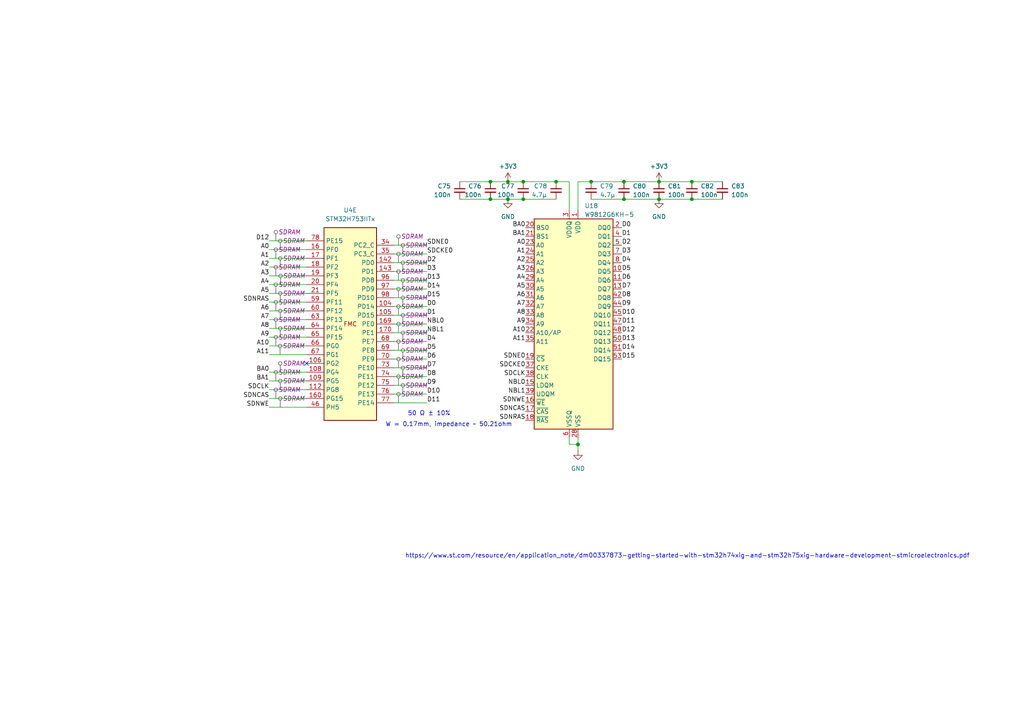
<source format=kicad_sch>
(kicad_sch
	(version 20250114)
	(generator "eeschema")
	(generator_version "9.0")
	(uuid "0913989b-2efd-446d-8300-e7223acbb6bb")
	(paper "A4")
	
	(text "https://www.st.com/resource/en/application_note/dm00337873-getting-started-with-stm32h74xig-and-stm32h75xig-hardware-development-stmicroelectronics.pdf"
		(exclude_from_sim no)
		(at 199.39 161.29 0)
		(effects
			(font
				(size 1.27 1.27)
			)
		)
		(uuid "121a3812-22bd-400b-881f-aded0ed11834")
	)
	(text "W = 0.17mm, impedance ~ 50.21ohm"
		(exclude_from_sim no)
		(at 130.175 123.19 0)
		(effects
			(font
				(size 1.27 1.27)
			)
		)
		(uuid "6a3c503b-5acd-4034-a7ab-93cd0d62afd2")
	)
	(text "50 Ω ± 10%"
		(exclude_from_sim no)
		(at 124.46 120.015 0)
		(effects
			(font
				(size 1.27 1.27)
			)
		)
		(uuid "a7693343-63e5-4bda-bd9f-4b95d66232f6")
	)
	(junction
		(at 151.765 52.705)
		(diameter 0)
		(color 0 0 0 0)
		(uuid "0aa69484-f14c-4d2f-988a-b5e00e4dc40f")
	)
	(junction
		(at 147.32 57.785)
		(diameter 0)
		(color 0 0 0 0)
		(uuid "11befee0-d1a2-45b0-99a7-cc5adc83194e")
	)
	(junction
		(at 191.135 52.705)
		(diameter 0)
		(color 0 0 0 0)
		(uuid "27ce5823-6af6-4015-9a21-24aca58abe74")
	)
	(junction
		(at 142.24 52.705)
		(diameter 0)
		(color 0 0 0 0)
		(uuid "2fbc1244-9b2d-45f4-ba0a-565e5f98c75b")
	)
	(junction
		(at 200.66 52.705)
		(diameter 0)
		(color 0 0 0 0)
		(uuid "30663f78-54af-461f-b8b1-a2669210ff7a")
	)
	(junction
		(at 151.765 57.785)
		(diameter 0)
		(color 0 0 0 0)
		(uuid "33feda7a-3e87-47b0-90ec-e646e78bd1d7")
	)
	(junction
		(at 180.975 57.785)
		(diameter 0)
		(color 0 0 0 0)
		(uuid "45beedf7-5ac3-435a-9a12-82ac83e58923")
	)
	(junction
		(at 167.64 128.905)
		(diameter 0)
		(color 0 0 0 0)
		(uuid "53f3f723-1624-422f-acba-bdd0493a4f41")
	)
	(junction
		(at 180.975 52.705)
		(diameter 0)
		(color 0 0 0 0)
		(uuid "5a0faf0c-ac9c-48e8-853e-40b9e39c20d6")
	)
	(junction
		(at 142.24 57.785)
		(diameter 0)
		(color 0 0 0 0)
		(uuid "8abc452b-4745-4af1-b367-b574916fa45b")
	)
	(junction
		(at 171.45 52.705)
		(diameter 0)
		(color 0 0 0 0)
		(uuid "94e152f6-54a2-4cb6-9522-7b6fb9801810")
	)
	(junction
		(at 191.135 57.785)
		(diameter 0)
		(color 0 0 0 0)
		(uuid "9d492881-f5a7-4070-9bb2-05d9f7015db0")
	)
	(junction
		(at 147.32 52.705)
		(diameter 0)
		(color 0 0 0 0)
		(uuid "bf5e8da2-57ea-4b44-9bcd-e18758a39bc6")
	)
	(junction
		(at 200.66 57.785)
		(diameter 0)
		(color 0 0 0 0)
		(uuid "d09b2dfc-f9c8-45c8-8c8a-d981948d8c11")
	)
	(junction
		(at 161.29 52.705)
		(diameter 0)
		(color 0 0 0 0)
		(uuid "dd8f503a-20e8-4ae4-824b-6177ce44cb3e")
	)
	(no_connect
		(at 88.9 105.41)
		(uuid "6b52198b-4c76-425f-991e-3b87502b2119")
	)
	(wire
		(pts
			(xy 167.64 128.905) (xy 167.64 130.81)
		)
		(stroke
			(width 0)
			(type default)
		)
		(uuid "058f8f2c-a46b-4cc8-a15c-2f38b1d318be")
	)
	(wire
		(pts
			(xy 114.3 73.66) (xy 123.825 73.66)
		)
		(stroke
			(width 0)
			(type default)
		)
		(uuid "0675a0a7-55b2-465c-88e4-c2b52ca4a95f")
	)
	(wire
		(pts
			(xy 133.35 57.785) (xy 142.24 57.785)
		)
		(stroke
			(width 0)
			(type default)
		)
		(uuid "080ed248-06e3-43d6-930d-0132f7cdabba")
	)
	(wire
		(pts
			(xy 147.32 57.785) (xy 151.765 57.785)
		)
		(stroke
			(width 0)
			(type default)
		)
		(uuid "09dd5183-0929-4185-80b9-72958272d40a")
	)
	(wire
		(pts
			(xy 142.24 52.705) (xy 147.32 52.705)
		)
		(stroke
			(width 0)
			(type default)
		)
		(uuid "117b0530-3ccb-4aec-9cf8-172d858796e2")
	)
	(wire
		(pts
			(xy 165.1 52.705) (xy 165.1 60.96)
		)
		(stroke
			(width 0)
			(type default)
		)
		(uuid "155178a5-7148-42a1-95bc-8628b37deadf")
	)
	(wire
		(pts
			(xy 78.105 110.49) (xy 88.9 110.49)
		)
		(stroke
			(width 0)
			(type default)
		)
		(uuid "15f766ee-30b1-47f2-9bd2-347dbd2924fc")
	)
	(wire
		(pts
			(xy 191.135 57.785) (xy 200.66 57.785)
		)
		(stroke
			(width 0)
			(type default)
		)
		(uuid "164fadb8-13c8-40b8-bf6c-ad33a31cf37a")
	)
	(wire
		(pts
			(xy 114.3 86.36) (xy 123.825 86.36)
		)
		(stroke
			(width 0)
			(type default)
		)
		(uuid "17d55c96-be82-4b9a-95ee-05f8fd474e5b")
	)
	(wire
		(pts
			(xy 167.64 127) (xy 167.64 128.905)
		)
		(stroke
			(width 0)
			(type default)
		)
		(uuid "1a8c918f-93ef-4057-9cb6-0ffb43e46534")
	)
	(wire
		(pts
			(xy 78.105 87.63) (xy 88.9 87.63)
		)
		(stroke
			(width 0)
			(type default)
		)
		(uuid "1a91cd41-6e70-4e8f-ae24-aa343aa81b9b")
	)
	(wire
		(pts
			(xy 78.105 92.71) (xy 88.9 92.71)
		)
		(stroke
			(width 0)
			(type default)
		)
		(uuid "1c5c3835-53db-4f46-afe8-996f87f783a3")
	)
	(wire
		(pts
			(xy 161.29 52.705) (xy 165.1 52.705)
		)
		(stroke
			(width 0)
			(type default)
		)
		(uuid "252ff9d6-d9b2-4bfc-a0ee-c0fe5c04ead4")
	)
	(wire
		(pts
			(xy 167.64 60.96) (xy 167.64 52.705)
		)
		(stroke
			(width 0)
			(type default)
		)
		(uuid "2c06a41b-3aac-4d5b-8e5d-94bc3a45c84c")
	)
	(wire
		(pts
			(xy 114.3 106.68) (xy 123.825 106.68)
		)
		(stroke
			(width 0)
			(type default)
		)
		(uuid "2fc244d4-56fc-4471-a6ff-94df4745e812")
	)
	(wire
		(pts
			(xy 114.3 78.74) (xy 123.825 78.74)
		)
		(stroke
			(width 0)
			(type default)
		)
		(uuid "30af72c5-5e02-4ed4-8129-579909937a6a")
	)
	(wire
		(pts
			(xy 78.105 69.85) (xy 88.9 69.85)
		)
		(stroke
			(width 0)
			(type default)
		)
		(uuid "3377f3f7-e58a-4842-a859-6419e876efe9")
	)
	(wire
		(pts
			(xy 180.975 52.705) (xy 191.135 52.705)
		)
		(stroke
			(width 0)
			(type default)
		)
		(uuid "338db336-0ea9-41a9-8017-94538d92c6ef")
	)
	(wire
		(pts
			(xy 114.3 104.14) (xy 123.825 104.14)
		)
		(stroke
			(width 0)
			(type default)
		)
		(uuid "3629cbaf-f246-4602-8480-9734182d2170")
	)
	(wire
		(pts
			(xy 114.3 76.2) (xy 123.825 76.2)
		)
		(stroke
			(width 0)
			(type default)
		)
		(uuid "3738b011-c129-4bac-9838-701252f3ee6a")
	)
	(wire
		(pts
			(xy 142.24 57.785) (xy 147.32 57.785)
		)
		(stroke
			(width 0)
			(type default)
		)
		(uuid "3af0ab08-23e1-4963-9a46-5ad0569a79c6")
	)
	(wire
		(pts
			(xy 191.135 52.705) (xy 200.66 52.705)
		)
		(stroke
			(width 0)
			(type default)
		)
		(uuid "3d4ab797-391b-410c-ba12-85cc0a0ce1cc")
	)
	(wire
		(pts
			(xy 78.105 80.01) (xy 88.9 80.01)
		)
		(stroke
			(width 0)
			(type default)
		)
		(uuid "3e34e1af-0808-4aeb-9e96-815389881c8e")
	)
	(wire
		(pts
			(xy 200.66 52.705) (xy 209.55 52.705)
		)
		(stroke
			(width 0)
			(type default)
		)
		(uuid "478b0e7b-ed93-4884-813e-b5ba7b4e3fe4")
	)
	(wire
		(pts
			(xy 114.3 81.28) (xy 123.825 81.28)
		)
		(stroke
			(width 0)
			(type default)
		)
		(uuid "4bb367c3-ee7e-4ff0-9316-ad335976d792")
	)
	(wire
		(pts
			(xy 114.3 88.9) (xy 123.825 88.9)
		)
		(stroke
			(width 0)
			(type default)
		)
		(uuid "4cc12404-b601-4108-90ea-949b5c93c517")
	)
	(wire
		(pts
			(xy 133.35 52.705) (xy 142.24 52.705)
		)
		(stroke
			(width 0)
			(type default)
		)
		(uuid "5a549bcb-03da-4709-8ac1-4704b034e93d")
	)
	(wire
		(pts
			(xy 78.105 97.79) (xy 88.9 97.79)
		)
		(stroke
			(width 0)
			(type default)
		)
		(uuid "5d948629-a164-48fc-bc7e-8369979bed75")
	)
	(wire
		(pts
			(xy 114.3 83.82) (xy 123.825 83.82)
		)
		(stroke
			(width 0)
			(type default)
		)
		(uuid "6421b8f9-d0ff-4c8b-a97d-49ccb33fe523")
	)
	(wire
		(pts
			(xy 78.105 102.87) (xy 88.9 102.87)
		)
		(stroke
			(width 0)
			(type default)
		)
		(uuid "65cf59a5-f8ad-4ba2-9742-7e859c4b6a00")
	)
	(wire
		(pts
			(xy 171.45 52.705) (xy 180.975 52.705)
		)
		(stroke
			(width 0)
			(type default)
		)
		(uuid "69870482-4f80-4c80-88ab-bd840453ce69")
	)
	(wire
		(pts
			(xy 114.3 93.98) (xy 123.825 93.98)
		)
		(stroke
			(width 0)
			(type default)
		)
		(uuid "6a16892f-d692-4084-a0ec-9ea54832ce73")
	)
	(wire
		(pts
			(xy 165.1 127) (xy 165.1 128.905)
		)
		(stroke
			(width 0)
			(type default)
		)
		(uuid "70cb0efd-a0a5-4c93-ae47-2d36e3cc3174")
	)
	(wire
		(pts
			(xy 78.105 100.33) (xy 88.9 100.33)
		)
		(stroke
			(width 0)
			(type default)
		)
		(uuid "7102a4df-2ad8-475c-a6f0-e0c8d298bb62")
	)
	(wire
		(pts
			(xy 78.105 113.03) (xy 88.9 113.03)
		)
		(stroke
			(width 0)
			(type default)
		)
		(uuid "719d0f14-55a6-41b0-b77d-a65a70ef44ad")
	)
	(wire
		(pts
			(xy 167.64 52.705) (xy 171.45 52.705)
		)
		(stroke
			(width 0)
			(type default)
		)
		(uuid "72cdd14e-0c46-4139-8a1f-cd045dd05d8a")
	)
	(wire
		(pts
			(xy 78.105 77.47) (xy 88.9 77.47)
		)
		(stroke
			(width 0)
			(type default)
		)
		(uuid "735a2a9a-9e90-4930-a46c-c8a733a02b78")
	)
	(wire
		(pts
			(xy 165.1 128.905) (xy 167.64 128.905)
		)
		(stroke
			(width 0)
			(type default)
		)
		(uuid "736c49fa-6a8c-4466-baa0-959c59b38a6c")
	)
	(wire
		(pts
			(xy 114.3 116.84) (xy 123.825 116.84)
		)
		(stroke
			(width 0)
			(type default)
		)
		(uuid "748eb911-6534-4685-83b6-d40b388a7243")
	)
	(wire
		(pts
			(xy 78.105 90.17) (xy 88.9 90.17)
		)
		(stroke
			(width 0)
			(type default)
		)
		(uuid "7c13b3a8-1c59-409f-bddd-4b12f43aaf5e")
	)
	(wire
		(pts
			(xy 151.765 57.785) (xy 161.29 57.785)
		)
		(stroke
			(width 0)
			(type default)
		)
		(uuid "7f7ff86a-6e63-4a81-9dc5-4018f9bdd9e2")
	)
	(wire
		(pts
			(xy 114.3 101.6) (xy 123.825 101.6)
		)
		(stroke
			(width 0)
			(type default)
		)
		(uuid "84d1743c-d17f-4328-8dc5-c263e10c222d")
	)
	(wire
		(pts
			(xy 114.3 71.12) (xy 123.825 71.12)
		)
		(stroke
			(width 0)
			(type default)
		)
		(uuid "89a9067f-7786-493a-849d-db284a9ec3d1")
	)
	(wire
		(pts
			(xy 114.3 96.52) (xy 123.825 96.52)
		)
		(stroke
			(width 0)
			(type default)
		)
		(uuid "9bb6af4c-caeb-4eab-a910-e3f182165582")
	)
	(wire
		(pts
			(xy 78.105 74.93) (xy 88.9 74.93)
		)
		(stroke
			(width 0)
			(type default)
		)
		(uuid "a31097b4-5873-41c0-9e4e-d814efffd65a")
	)
	(wire
		(pts
			(xy 151.765 52.705) (xy 161.29 52.705)
		)
		(stroke
			(width 0)
			(type default)
		)
		(uuid "a7824cb8-bf75-4f13-a8b9-fa392e816904")
	)
	(wire
		(pts
			(xy 114.3 114.3) (xy 123.825 114.3)
		)
		(stroke
			(width 0)
			(type default)
		)
		(uuid "aa5f3893-1e06-433d-9cf5-b78c8ccaa624")
	)
	(wire
		(pts
			(xy 171.45 57.785) (xy 180.975 57.785)
		)
		(stroke
			(width 0)
			(type default)
		)
		(uuid "ac0d8c0a-3aeb-4891-aefd-31f25bdb4daf")
	)
	(wire
		(pts
			(xy 78.105 85.09) (xy 88.9 85.09)
		)
		(stroke
			(width 0)
			(type default)
		)
		(uuid "ac5fce5b-8c50-42c3-be42-26f32d36da99")
	)
	(wire
		(pts
			(xy 114.3 99.06) (xy 123.825 99.06)
		)
		(stroke
			(width 0)
			(type default)
		)
		(uuid "b1561d85-ab3d-46bd-812b-7493752a176f")
	)
	(wire
		(pts
			(xy 78.105 118.11) (xy 88.9 118.11)
		)
		(stroke
			(width 0)
			(type default)
		)
		(uuid "b1c39eb4-56ac-49db-a8c6-40e383918df3")
	)
	(wire
		(pts
			(xy 147.32 52.705) (xy 151.765 52.705)
		)
		(stroke
			(width 0)
			(type default)
		)
		(uuid "baab7302-9487-4bf9-a2eb-1b59e0c90902")
	)
	(wire
		(pts
			(xy 78.105 82.55) (xy 88.9 82.55)
		)
		(stroke
			(width 0)
			(type default)
		)
		(uuid "bd3ca4cc-502b-42ed-b2de-835287a5b7a3")
	)
	(wire
		(pts
			(xy 114.3 91.44) (xy 123.825 91.44)
		)
		(stroke
			(width 0)
			(type default)
		)
		(uuid "cf22a814-13a2-41f2-ba84-64f5d9cc5746")
	)
	(wire
		(pts
			(xy 78.105 95.25) (xy 88.9 95.25)
		)
		(stroke
			(width 0)
			(type default)
		)
		(uuid "d791f195-0634-4a16-9735-2f51fae5a5b7")
	)
	(wire
		(pts
			(xy 180.975 57.785) (xy 191.135 57.785)
		)
		(stroke
			(width 0)
			(type default)
		)
		(uuid "d89233d2-649d-47a3-821c-32a9b31f9df3")
	)
	(wire
		(pts
			(xy 78.105 107.95) (xy 88.9 107.95)
		)
		(stroke
			(width 0)
			(type default)
		)
		(uuid "d8ec4f49-8782-4c54-a6f4-b8cb606fca5b")
	)
	(wire
		(pts
			(xy 114.3 109.22) (xy 123.825 109.22)
		)
		(stroke
			(width 0)
			(type default)
		)
		(uuid "dfc6dd18-d906-47dc-9065-3e55e0cbc91e")
	)
	(wire
		(pts
			(xy 78.105 72.39) (xy 88.9 72.39)
		)
		(stroke
			(width 0)
			(type default)
		)
		(uuid "e0856081-ab6c-471f-8ffa-cbaa63921a51")
	)
	(wire
		(pts
			(xy 78.105 115.57) (xy 88.9 115.57)
		)
		(stroke
			(width 0)
			(type default)
		)
		(uuid "e4535f87-8ad8-4e5e-8e34-f13b3fa4e802")
	)
	(wire
		(pts
			(xy 114.3 111.76) (xy 123.825 111.76)
		)
		(stroke
			(width 0)
			(type default)
		)
		(uuid "ef2f323c-175d-40da-9f9c-1a6a4c31ae89")
	)
	(wire
		(pts
			(xy 200.66 57.785) (xy 209.55 57.785)
		)
		(stroke
			(width 0)
			(type default)
		)
		(uuid "f0012eb3-c4ad-4698-aaae-bb0803b9475f")
	)
	(label "D12"
		(at 78.105 69.85 180)
		(effects
			(font
				(size 1.27 1.27)
			)
			(justify right bottom)
		)
		(uuid "0148ff1c-802a-4b5c-87a0-2768f63d09a4")
	)
	(label "D1"
		(at 123.825 91.44 0)
		(effects
			(font
				(size 1.27 1.27)
			)
			(justify left bottom)
		)
		(uuid "06cb09c2-6508-4990-a806-0958b97fc858")
	)
	(label "A5"
		(at 78.105 85.09 180)
		(effects
			(font
				(size 1.27 1.27)
			)
			(justify right bottom)
		)
		(uuid "0941aa11-9296-42fc-8947-f29908db3124")
	)
	(label "A6"
		(at 78.105 90.17 180)
		(effects
			(font
				(size 1.27 1.27)
			)
			(justify right bottom)
		)
		(uuid "15f17cf4-7fbb-4d7c-9fa6-03037f7baa41")
	)
	(label "SDCKE0"
		(at 152.4 106.68 180)
		(effects
			(font
				(size 1.27 1.27)
			)
			(justify right bottom)
		)
		(uuid "1638c7d9-500f-4a1e-a00d-6a4951314378")
	)
	(label "D7"
		(at 180.34 83.82 0)
		(effects
			(font
				(size 1.27 1.27)
			)
			(justify left bottom)
		)
		(uuid "1a0e440a-1769-43ea-876a-ae9d74ee52f3")
	)
	(label "D9"
		(at 123.825 111.76 0)
		(effects
			(font
				(size 1.27 1.27)
			)
			(justify left bottom)
		)
		(uuid "21908c11-ad25-43b4-9392-e1c078a4705b")
	)
	(label "SDCLK"
		(at 78.105 113.03 180)
		(effects
			(font
				(size 1.27 1.27)
			)
			(justify right bottom)
		)
		(uuid "25cb6843-c5df-46da-86e8-968cba44fe2b")
	)
	(label "SDNCAS"
		(at 78.105 115.57 180)
		(effects
			(font
				(size 1.27 1.27)
			)
			(justify right bottom)
		)
		(uuid "2b71e796-0e65-4d3b-9204-19ff36a6f108")
	)
	(label "A2"
		(at 78.105 77.47 180)
		(effects
			(font
				(size 1.27 1.27)
			)
			(justify right bottom)
		)
		(uuid "2d32f54a-c8a4-4bfd-b32d-de4bbeabe75d")
	)
	(label "A3"
		(at 78.105 80.01 180)
		(effects
			(font
				(size 1.27 1.27)
			)
			(justify right bottom)
		)
		(uuid "3492a51d-2fec-4e46-93f1-bb5c390ce868")
	)
	(label "A0"
		(at 78.105 72.39 180)
		(effects
			(font
				(size 1.27 1.27)
			)
			(justify right bottom)
		)
		(uuid "36e4077e-9f4c-4407-b356-ab0c9f9f81ae")
	)
	(label "A11"
		(at 78.105 102.87 180)
		(effects
			(font
				(size 1.27 1.27)
			)
			(justify right bottom)
		)
		(uuid "38143824-fc0e-4486-bf53-aef063a6fe3e")
	)
	(label "D3"
		(at 123.825 78.74 0)
		(effects
			(font
				(size 1.27 1.27)
			)
			(justify left bottom)
		)
		(uuid "393e4245-b609-447d-b906-7f4d563915a0")
	)
	(label "NBL1"
		(at 123.825 96.52 0)
		(effects
			(font
				(size 1.27 1.27)
			)
			(justify left bottom)
		)
		(uuid "3a9fd6e6-e8e1-4cc9-8770-bb925eca4279")
	)
	(label "SDNE0"
		(at 123.825 71.12 0)
		(effects
			(font
				(size 1.27 1.27)
			)
			(justify left bottom)
		)
		(uuid "40eb25ea-6771-49dc-9498-f3ae1b9ca5ff")
	)
	(label "D6"
		(at 123.825 104.14 0)
		(effects
			(font
				(size 1.27 1.27)
			)
			(justify left bottom)
		)
		(uuid "41cecaa5-128e-4bce-ae82-e77692b24869")
	)
	(label "D8"
		(at 180.34 86.36 0)
		(effects
			(font
				(size 1.27 1.27)
			)
			(justify left bottom)
		)
		(uuid "4457e67b-5b98-4aa7-985a-6d40a322a70d")
	)
	(label "NBL1"
		(at 152.4 114.3 180)
		(effects
			(font
				(size 1.27 1.27)
			)
			(justify right bottom)
		)
		(uuid "45ac0c0a-4c6e-461d-8e74-df7b2e9e1cb7")
	)
	(label "A5"
		(at 152.4 83.82 180)
		(effects
			(font
				(size 1.27 1.27)
			)
			(justify right bottom)
		)
		(uuid "45c71e89-7619-4845-8168-c2f3fac00389")
	)
	(label "SDCKE0"
		(at 123.825 73.66 0)
		(effects
			(font
				(size 1.27 1.27)
			)
			(justify left bottom)
		)
		(uuid "4abb3ef1-a022-4fe2-8c00-960edf75cbea")
	)
	(label "D15"
		(at 123.825 86.36 0)
		(effects
			(font
				(size 1.27 1.27)
			)
			(justify left bottom)
		)
		(uuid "4b0902ac-0e43-497a-9ee7-6a4cd1bca6da")
	)
	(label "A10"
		(at 152.4 96.52 180)
		(effects
			(font
				(size 1.27 1.27)
			)
			(justify right bottom)
		)
		(uuid "4c29ca21-8cfc-4f91-b339-80229decd2af")
	)
	(label "SDNCAS"
		(at 152.4 119.38 180)
		(effects
			(font
				(size 1.27 1.27)
			)
			(justify right bottom)
		)
		(uuid "4dfc98cd-8e56-4725-ab1a-b5f5ffd03048")
	)
	(label "SDNWE"
		(at 78.105 118.11 180)
		(effects
			(font
				(size 1.27 1.27)
			)
			(justify right bottom)
		)
		(uuid "4eda3f7f-5409-4a2a-9ba6-00d5c532b3b8")
	)
	(label "D12"
		(at 180.34 96.52 0)
		(effects
			(font
				(size 1.27 1.27)
			)
			(justify left bottom)
		)
		(uuid "4ee20a3c-d4e6-4f6a-bd2e-505232c319a9")
	)
	(label "A8"
		(at 78.105 95.25 180)
		(effects
			(font
				(size 1.27 1.27)
			)
			(justify right bottom)
		)
		(uuid "513ac848-c506-4937-9c58-9ce752ab7cba")
	)
	(label "D5"
		(at 123.825 101.6 0)
		(effects
			(font
				(size 1.27 1.27)
			)
			(justify left bottom)
		)
		(uuid "59049c41-a3fa-4111-b29e-77125bddbf2c")
	)
	(label "A10"
		(at 78.105 100.33 180)
		(effects
			(font
				(size 1.27 1.27)
			)
			(justify right bottom)
		)
		(uuid "59aa6d58-8a73-4be6-ac42-c56869f8bfe5")
	)
	(label "BA0"
		(at 152.4 66.04 180)
		(effects
			(font
				(size 1.27 1.27)
			)
			(justify right bottom)
		)
		(uuid "5a1c4677-e92e-496f-938d-5b0499925bb3")
	)
	(label "A7"
		(at 152.4 88.9 180)
		(effects
			(font
				(size 1.27 1.27)
			)
			(justify right bottom)
		)
		(uuid "5ae47d2a-3b28-406e-8fcd-452e509cd35f")
	)
	(label "D2"
		(at 180.34 71.12 0)
		(effects
			(font
				(size 1.27 1.27)
			)
			(justify left bottom)
		)
		(uuid "5cb57f0f-6268-403e-a348-c473c2478daf")
	)
	(label "NBL0"
		(at 152.4 111.76 180)
		(effects
			(font
				(size 1.27 1.27)
			)
			(justify right bottom)
		)
		(uuid "6009ff1d-3f06-4de7-b006-789847dfeded")
	)
	(label "D4"
		(at 180.34 76.2 0)
		(effects
			(font
				(size 1.27 1.27)
			)
			(justify left bottom)
		)
		(uuid "6317de6c-01b3-4050-81c9-b8070aa25c2b")
	)
	(label "D14"
		(at 123.825 83.82 0)
		(effects
			(font
				(size 1.27 1.27)
			)
			(justify left bottom)
		)
		(uuid "6573dae9-d4cf-4279-8abf-3d100fbd8fb2")
	)
	(label "A6"
		(at 152.4 86.36 180)
		(effects
			(font
				(size 1.27 1.27)
			)
			(justify right bottom)
		)
		(uuid "6826ccf0-21c6-4d35-992d-ce08198a5334")
	)
	(label "D6"
		(at 180.34 81.28 0)
		(effects
			(font
				(size 1.27 1.27)
			)
			(justify left bottom)
		)
		(uuid "6aa5b2c4-13aa-4ffd-b89c-5b22a0f5d27c")
	)
	(label "BA0"
		(at 78.105 107.95 180)
		(effects
			(font
				(size 1.27 1.27)
			)
			(justify right bottom)
		)
		(uuid "6b9f2fe1-f355-4237-bb7e-7598aadc0560")
	)
	(label "A9"
		(at 78.105 97.79 180)
		(effects
			(font
				(size 1.27 1.27)
			)
			(justify right bottom)
		)
		(uuid "6dfc2139-ee9c-4ead-8018-b2ba0b84f9dc")
	)
	(label "D9"
		(at 180.34 88.9 0)
		(effects
			(font
				(size 1.27 1.27)
			)
			(justify left bottom)
		)
		(uuid "6f00e29a-e82c-4540-a4fe-04abaeee488f")
	)
	(label "A11"
		(at 152.4 99.06 180)
		(effects
			(font
				(size 1.27 1.27)
			)
			(justify right bottom)
		)
		(uuid "70153028-d456-4278-8e63-1e02e11aeadb")
	)
	(label "D0"
		(at 123.825 88.9 0)
		(effects
			(font
				(size 1.27 1.27)
			)
			(justify left bottom)
		)
		(uuid "72919f97-fb5d-466c-a04b-10d6e10d69c6")
	)
	(label "D15"
		(at 180.34 104.14 0)
		(effects
			(font
				(size 1.27 1.27)
			)
			(justify left bottom)
		)
		(uuid "74c938b9-4a89-404d-b445-53ee8920cac6")
	)
	(label "D0"
		(at 180.34 66.04 0)
		(effects
			(font
				(size 1.27 1.27)
			)
			(justify left bottom)
		)
		(uuid "76dde709-3a15-4237-8542-7209bc12ecd6")
	)
	(label "D2"
		(at 123.825 76.2 0)
		(effects
			(font
				(size 1.27 1.27)
			)
			(justify left bottom)
		)
		(uuid "78de6bf3-0fd9-4dca-aa4c-1c7fabad124d")
	)
	(label "SDCLK"
		(at 152.4 109.22 180)
		(effects
			(font
				(size 1.27 1.27)
			)
			(justify right bottom)
		)
		(uuid "82000398-a4c2-45ad-ac53-caaef3c3e3e2")
	)
	(label "A3"
		(at 152.4 78.74 180)
		(effects
			(font
				(size 1.27 1.27)
			)
			(justify right bottom)
		)
		(uuid "88d0b4b1-6fc4-4291-b24e-507556bad874")
	)
	(label "D11"
		(at 123.825 116.84 0)
		(effects
			(font
				(size 1.27 1.27)
			)
			(justify left bottom)
		)
		(uuid "8a55056b-ea04-4d1f-a4ab-bbe27720b48f")
	)
	(label "D14"
		(at 180.34 101.6 0)
		(effects
			(font
				(size 1.27 1.27)
			)
			(justify left bottom)
		)
		(uuid "8b46704e-5f67-49e0-9c95-3d78cf3e4d5b")
	)
	(label "D13"
		(at 123.825 81.28 0)
		(effects
			(font
				(size 1.27 1.27)
			)
			(justify left bottom)
		)
		(uuid "8c014b5b-cc1d-46a9-9ab5-3f55257ed521")
	)
	(label "A4"
		(at 78.105 82.55 180)
		(effects
			(font
				(size 1.27 1.27)
			)
			(justify right bottom)
		)
		(uuid "8d7ca9ec-e657-42bb-aedd-c88a8fcb1e0d")
	)
	(label "D5"
		(at 180.34 78.74 0)
		(effects
			(font
				(size 1.27 1.27)
			)
			(justify left bottom)
		)
		(uuid "8d7d1b96-7414-4fc0-8313-14d7648d68e8")
	)
	(label "SDNRAS"
		(at 78.105 87.63 180)
		(effects
			(font
				(size 1.27 1.27)
			)
			(justify right bottom)
		)
		(uuid "8dac3b17-c085-4dc4-879e-1d935c637f96")
	)
	(label "A2"
		(at 152.4 76.2 180)
		(effects
			(font
				(size 1.27 1.27)
			)
			(justify right bottom)
		)
		(uuid "998567a5-8f1c-4683-ade1-b250df05f6ad")
	)
	(label "D7"
		(at 123.825 106.68 0)
		(effects
			(font
				(size 1.27 1.27)
			)
			(justify left bottom)
		)
		(uuid "a1c4a694-bdcd-4d3c-9318-e9ee53e960d9")
	)
	(label "D11"
		(at 180.34 93.98 0)
		(effects
			(font
				(size 1.27 1.27)
			)
			(justify left bottom)
		)
		(uuid "a2deb507-7bf3-432e-8e2d-5f74bb6ef920")
	)
	(label "D13"
		(at 180.34 99.06 0)
		(effects
			(font
				(size 1.27 1.27)
			)
			(justify left bottom)
		)
		(uuid "a668203f-c64d-4a1c-b18e-81c9809f7f8c")
	)
	(label "D3"
		(at 180.34 73.66 0)
		(effects
			(font
				(size 1.27 1.27)
			)
			(justify left bottom)
		)
		(uuid "ab2bee55-6239-47aa-ab4b-ea42ccb99270")
	)
	(label "A1"
		(at 78.105 74.93 180)
		(effects
			(font
				(size 1.27 1.27)
			)
			(justify right bottom)
		)
		(uuid "aff7619a-0e73-4feb-a896-5b5914297aaf")
	)
	(label "D10"
		(at 123.825 114.3 0)
		(effects
			(font
				(size 1.27 1.27)
			)
			(justify left bottom)
		)
		(uuid "b45b765a-41e6-41d5-b967-4411db39a889")
	)
	(label "BA1"
		(at 152.4 68.58 180)
		(effects
			(font
				(size 1.27 1.27)
			)
			(justify right bottom)
		)
		(uuid "b75904f6-234c-4a4f-880f-eab35a2f4eb2")
	)
	(label "D8"
		(at 123.825 109.22 0)
		(effects
			(font
				(size 1.27 1.27)
			)
			(justify left bottom)
		)
		(uuid "ba4848a3-5b64-4f27-a85f-d800cf574e22")
	)
	(label "A0"
		(at 152.4 71.12 180)
		(effects
			(font
				(size 1.27 1.27)
			)
			(justify right bottom)
		)
		(uuid "c08a8765-9ef4-45ee-b56a-1b014d9864ec")
	)
	(label "A7"
		(at 78.105 92.71 180)
		(effects
			(font
				(size 1.27 1.27)
			)
			(justify right bottom)
		)
		(uuid "c1ed32a1-65a9-47fc-85b4-59452bb2ab0e")
	)
	(label "A9"
		(at 152.4 93.98 180)
		(effects
			(font
				(size 1.27 1.27)
			)
			(justify right bottom)
		)
		(uuid "c5d75c82-5a43-48f6-a443-81f9e534a004")
	)
	(label "A8"
		(at 152.4 91.44 180)
		(effects
			(font
				(size 1.27 1.27)
			)
			(justify right bottom)
		)
		(uuid "cd4c8f2b-3477-4834-aa89-43b1801ff30e")
	)
	(label "D1"
		(at 180.34 68.58 0)
		(effects
			(font
				(size 1.27 1.27)
			)
			(justify left bottom)
		)
		(uuid "ce380d0d-d666-470d-ae69-a6dfa300be2a")
	)
	(label "SDNWE"
		(at 152.4 116.84 180)
		(effects
			(font
				(size 1.27 1.27)
			)
			(justify right bottom)
		)
		(uuid "d1b1a6db-78b5-4c15-88a5-e400a8c2725b")
	)
	(label "D4"
		(at 123.825 99.06 0)
		(effects
			(font
				(size 1.27 1.27)
			)
			(justify left bottom)
		)
		(uuid "d781b2f0-7cb6-4c5e-8169-8e8139773722")
	)
	(label "A1"
		(at 152.4 73.66 180)
		(effects
			(font
				(size 1.27 1.27)
			)
			(justify right bottom)
		)
		(uuid "e33db6a4-57e4-474f-9d2d-4cf59e01794b")
	)
	(label "SDNE0"
		(at 152.4 104.14 180)
		(effects
			(font
				(size 1.27 1.27)
			)
			(justify right bottom)
		)
		(uuid "e8ddd02c-521f-4db1-ac16-a6b566f0f2de")
	)
	(label "SDNRAS"
		(at 152.4 121.92 180)
		(effects
			(font
				(size 1.27 1.27)
			)
			(justify right bottom)
		)
		(uuid "ef0fc81c-1a52-43ab-b931-f4d275bbd13f")
	)
	(label "D10"
		(at 180.34 91.44 0)
		(effects
			(font
				(size 1.27 1.27)
			)
			(justify left bottom)
		)
		(uuid "f43d4dd0-e2a4-433b-b4de-937e7189b3d5")
	)
	(label "NBL0"
		(at 123.825 93.98 0)
		(effects
			(font
				(size 1.27 1.27)
			)
			(justify left bottom)
		)
		(uuid "fa0ad51c-b4e4-4bc5-825f-38de14ca8e6d")
	)
	(label "BA1"
		(at 78.105 110.49 180)
		(effects
			(font
				(size 1.27 1.27)
			)
			(justify right bottom)
		)
		(uuid "fa96986b-9eac-4c54-bee5-5f71896fbb61")
	)
	(label "A4"
		(at 152.4 81.28 180)
		(effects
			(font
				(size 1.27 1.27)
			)
			(justify right bottom)
		)
		(uuid "fc5695f4-b76f-459e-a4ba-c35a07dc77d2")
	)
	(netclass_flag ""
		(length 2.54)
		(shape round)
		(at 80.01 74.93 0)
		(fields_autoplaced yes)
		(effects
			(font
				(size 1.27 1.27)
			)
			(justify left bottom)
		)
		(uuid "034c554b-a48f-4353-8d3d-b19d60a9ad57")
		(property "Netclass" "SDRAM"
			(at 80.7085 72.39 0)
			(effects
				(font
					(size 1.27 1.27)
					(italic yes)
				)
				(justify left)
			)
		)
	)
	(netclass_flag ""
		(length 2.54)
		(shape round)
		(at 80.01 85.09 0)
		(fields_autoplaced yes)
		(effects
			(font
				(size 1.27 1.27)
			)
			(justify left bottom)
		)
		(uuid "0b86b4b1-0c41-48b9-91e6-b20ffeb6bfda")
		(property "Netclass" "SDRAM"
			(at 80.7085 82.55 0)
			(effects
				(font
					(size 1.27 1.27)
					(italic yes)
				)
				(justify left)
			)
		)
	)
	(netclass_flag ""
		(length 2.54)
		(shape round)
		(at 81.28 72.39 0)
		(fields_autoplaced yes)
		(effects
			(font
				(size 1.27 1.27)
			)
			(justify left bottom)
		)
		(uuid "12f4b366-f0e1-40bb-b26a-34c96637bc77")
		(property "Netclass" "SDRAM"
			(at 81.9785 69.85 0)
			(effects
				(font
					(size 1.27 1.27)
					(italic yes)
				)
				(justify left)
			)
		)
	)
	(netclass_flag ""
		(length 2.54)
		(shape round)
		(at 81.2254 102.87 0)
		(fields_autoplaced yes)
		(effects
			(font
				(size 1.27 1.27)
			)
			(justify left bottom)
		)
		(uuid "1e30520e-e826-487b-b145-6b3104fcfead")
		(property "Netclass" "SDRAM"
			(at 81.9239 100.33 0)
			(effects
				(font
					(size 1.27 1.27)
					(italic yes)
				)
				(justify left)
			)
		)
	)
	(netclass_flag ""
		(length 2.54)
		(shape round)
		(at 115.57 106.68 0)
		(fields_autoplaced yes)
		(effects
			(font
				(size 1.27 1.27)
			)
			(justify left bottom)
		)
		(uuid "1ff7d4c3-58ae-4952-945d-024dff9e0340")
		(property "Netclass" "SDRAM"
			(at 116.2685 104.14 0)
			(effects
				(font
					(size 1.27 1.27)
					(italic yes)
				)
				(justify left)
			)
		)
	)
	(netclass_flag ""
		(length 2.54)
		(shape round)
		(at 81.28 77.47 0)
		(fields_autoplaced yes)
		(effects
			(font
				(size 1.27 1.27)
			)
			(justify left bottom)
		)
		(uuid "236a4052-0f75-47cf-a30b-861816f90fa2")
		(property "Netclass" "SDRAM"
			(at 81.9785 74.93 0)
			(effects
				(font
					(size 1.27 1.27)
					(italic yes)
				)
				(justify left)
			)
		)
	)
	(netclass_flag ""
		(length 2.54)
		(shape round)
		(at 115.57 96.52 0)
		(fields_autoplaced yes)
		(effects
			(font
				(size 1.27 1.27)
			)
			(justify left bottom)
		)
		(uuid "2a5cb88a-e37f-42d8-ad01-5ffb4c973a75")
		(property "Netclass" "SDRAM"
			(at 116.2685 93.98 0)
			(effects
				(font
					(size 1.27 1.27)
					(italic yes)
				)
				(justify left)
			)
		)
	)
	(netclass_flag ""
		(length 2.54)
		(shape round)
		(at 116.84 73.66 0)
		(fields_autoplaced yes)
		(effects
			(font
				(size 1.27 1.27)
			)
			(justify left bottom)
		)
		(uuid "37bc677b-f413-4481-aca4-44ad6f28a418")
		(property "Netclass" "SDRAM"
			(at 117.5385 71.12 0)
			(effects
				(font
					(size 1.27 1.27)
					(italic yes)
				)
				(justify left)
			)
		)
	)
	(netclass_flag ""
		(length 2.54)
		(shape round)
		(at 81.28 113.03 0)
		(fields_autoplaced yes)
		(effects
			(font
				(size 1.27 1.27)
			)
			(justify left bottom)
		)
		(uuid "38438e82-5916-4369-9819-88cd8734d697")
		(property "Netclass" "SDRAM"
			(at 81.9785 110.49 0)
			(effects
				(font
					(size 1.27 1.27)
					(italic yes)
				)
				(justify left)
			)
		)
	)
	(netclass_flag ""
		(length 2.54)
		(shape round)
		(at 80.01 100.33 0)
		(fields_autoplaced yes)
		(effects
			(font
				(size 1.27 1.27)
			)
			(justify left bottom)
		)
		(uuid "4497be58-93f3-4c59-b0b9-ee5f45773846")
		(property "Netclass" "SDRAM"
			(at 80.7085 97.79 0)
			(effects
				(font
					(size 1.27 1.27)
					(italic yes)
				)
				(justify left)
			)
		)
	)
	(netclass_flag ""
		(length 2.54)
		(shape round)
		(at 115.57 111.76 0)
		(fields_autoplaced yes)
		(effects
			(font
				(size 1.27 1.27)
			)
			(justify left bottom)
		)
		(uuid "4fa4bab6-b5b7-432b-979e-55ed1d5fc9f3")
		(property "Netclass" "SDRAM"
			(at 116.2685 109.22 0)
			(effects
				(font
					(size 1.27 1.27)
					(italic yes)
				)
				(justify left)
			)
		)
	)
	(netclass_flag ""
		(length 2.54)
		(shape round)
		(at 115.57 71.12 0)
		(fields_autoplaced yes)
		(effects
			(font
				(size 1.27 1.27)
			)
			(justify left bottom)
		)
		(uuid "5323971b-dca1-44a8-b8f8-3a0cd7753891")
		(property "Netclass" "SDRAM"
			(at 116.2685 68.58 0)
			(effects
				(font
					(size 1.27 1.27)
					(italic yes)
				)
				(justify left)
			)
		)
	)
	(netclass_flag ""
		(length 2.54)
		(shape round)
		(at 116.84 109.22 0)
		(fields_autoplaced yes)
		(effects
			(font
				(size 1.27 1.27)
			)
			(justify left bottom)
		)
		(uuid "550dc270-b41d-4eb0-92d1-5f1adc95c354")
		(property "Netclass" "SDRAM"
			(at 117.5385 106.68 0)
			(effects
				(font
					(size 1.27 1.27)
					(italic yes)
				)
				(justify left)
			)
		)
	)
	(netclass_flag ""
		(length 2.54)
		(shape round)
		(at 116.84 88.9 0)
		(fields_autoplaced yes)
		(effects
			(font
				(size 1.27 1.27)
			)
			(justify left bottom)
		)
		(uuid "5c5cadce-0761-4b49-94df-66c347c56eff")
		(property "Netclass" "SDRAM"
			(at 117.5385 86.36 0)
			(effects
				(font
					(size 1.27 1.27)
					(italic yes)
				)
				(justify left)
			)
		)
	)
	(netclass_flag ""
		(length 2.54)
		(shape round)
		(at 115.57 91.44 0)
		(fields_autoplaced yes)
		(effects
			(font
				(size 1.27 1.27)
			)
			(justify left bottom)
		)
		(uuid "5ce63a76-a05d-4657-8976-1273e8f766dd")
		(property "Netclass" "SDRAM"
			(at 116.2685 88.9 0)
			(effects
				(font
					(size 1.27 1.27)
					(italic yes)
				)
				(justify left)
			)
		)
	)
	(netclass_flag ""
		(length 2.54)
		(shape round)
		(at 81.28 87.63 0)
		(fields_autoplaced yes)
		(effects
			(font
				(size 1.27 1.27)
			)
			(justify left bottom)
		)
		(uuid "66483bd0-8c4a-4cfe-82ad-10e2c53214a1")
		(property "Netclass" "SDRAM"
			(at 81.9785 85.09 0)
			(effects
				(font
					(size 1.27 1.27)
					(italic yes)
				)
				(justify left)
			)
		)
	)
	(netclass_flag ""
		(length 2.54)
		(shape round)
		(at 116.84 93.98 0)
		(fields_autoplaced yes)
		(effects
			(font
				(size 1.27 1.27)
			)
			(justify left bottom)
		)
		(uuid "6aa5458d-7db9-48c6-9834-3bd62578f1d6")
		(property "Netclass" "SDRAM"
			(at 117.5385 91.44 0)
			(effects
				(font
					(size 1.27 1.27)
					(italic yes)
				)
				(justify left)
			)
		)
	)
	(netclass_flag ""
		(length 2.54)
		(shape round)
		(at 116.84 114.3 0)
		(fields_autoplaced yes)
		(effects
			(font
				(size 1.27 1.27)
			)
			(justify left bottom)
		)
		(uuid "797d3a47-8dda-4ff3-8d6c-199e052eb191")
		(property "Netclass" "SDRAM"
			(at 117.5385 111.76 0)
			(effects
				(font
					(size 1.27 1.27)
					(italic yes)
				)
				(justify left)
			)
		)
	)
	(netclass_flag ""
		(length 2.54)
		(shape round)
		(at 115.57 81.28 0)
		(fields_autoplaced yes)
		(effects
			(font
				(size 1.27 1.27)
			)
			(justify left bottom)
		)
		(uuid "8536c341-7cf2-44f8-95a8-a4fa26d5e928")
		(property "Netclass" "SDRAM"
			(at 116.2685 78.74 0)
			(effects
				(font
					(size 1.27 1.27)
					(italic yes)
				)
				(justify left)
			)
		)
	)
	(netclass_flag ""
		(length 2.54)
		(shape round)
		(at 80.01 115.57 0)
		(fields_autoplaced yes)
		(effects
			(font
				(size 1.27 1.27)
			)
			(justify left bottom)
		)
		(uuid "9b960155-7f3b-4294-b2f8-d396fa80a6c6")
		(property "Netclass" "SDRAM"
			(at 80.7085 113.03 0)
			(effects
				(font
					(size 1.27 1.27)
					(italic yes)
				)
				(justify left)
			)
		)
	)
	(netclass_flag ""
		(length 2.54)
		(shape round)
		(at 116.84 83.82 0)
		(fields_autoplaced yes)
		(effects
			(font
				(size 1.27 1.27)
			)
			(justify left bottom)
		)
		(uuid "9ea858f4-154a-4950-a1ad-11a7baecd815")
		(property "Netclass" "SDRAM"
			(at 117.5385 81.28 0)
			(effects
				(font
					(size 1.27 1.27)
					(italic yes)
				)
				(justify left)
			)
		)
	)
	(netclass_flag ""
		(length 2.54)
		(shape round)
		(at 80.01 110.49 0)
		(fields_autoplaced yes)
		(effects
			(font
				(size 1.27 1.27)
			)
			(justify left bottom)
		)
		(uuid "a25bcab9-dfe0-4d90-98c7-7d2b7fdf36a7")
		(property "Netclass" "SDRAM"
			(at 80.7085 107.95 0)
			(effects
				(font
					(size 1.27 1.27)
					(italic yes)
				)
				(justify left)
			)
		)
	)
	(netclass_flag ""
		(length 2.54)
		(shape round)
		(at 80.01 95.25 0)
		(fields_autoplaced yes)
		(effects
			(font
				(size 1.27 1.27)
			)
			(justify left bottom)
		)
		(uuid "ac5d33f8-d0cb-47ee-bc0f-1fd419830c2c")
		(property "Netclass" "SDRAM"
			(at 80.7085 92.71 0)
			(effects
				(font
					(size 1.27 1.27)
					(italic yes)
				)
				(justify left)
			)
		)
	)
	(netclass_flag ""
		(length 2.54)
		(shape round)
		(at 80.01 90.17 0)
		(fields_autoplaced yes)
		(effects
			(font
				(size 1.27 1.27)
			)
			(justify left bottom)
		)
		(uuid "b02aedb8-3681-4405-b10f-195b2af3b17b")
		(property "Netclass" "SDRAM"
			(at 80.7085 87.63 0)
			(effects
				(font
					(size 1.27 1.27)
					(italic yes)
				)
				(justify left)
			)
		)
	)
	(netclass_flag ""
		(length 2.54)
		(shape round)
		(at 81.3812 82.55 0)
		(fields_autoplaced yes)
		(effects
			(font
				(size 1.27 1.27)
			)
			(justify left bottom)
		)
		(uuid "b3446e38-2e30-4839-a35b-d50cc1afddc8")
		(property "Netclass" "SDRAM"
			(at 82.0797 80.01 0)
			(effects
				(font
					(size 1.27 1.27)
					(italic yes)
				)
				(justify left)
			)
		)
	)
	(netclass_flag ""
		(length 2.54)
		(shape round)
		(at 81.28 118.11 0)
		(fields_autoplaced yes)
		(effects
			(font
				(size 1.27 1.27)
			)
			(justify left bottom)
		)
		(uuid "b7b789ac-006a-4295-bca0-c5471687deb9")
		(property "Netclass" "SDRAM"
			(at 81.9785 115.57 0)
			(effects
				(font
					(size 1.27 1.27)
					(italic yes)
				)
				(justify left)
			)
		)
	)
	(netclass_flag ""
		(length 2.54)
		(shape round)
		(at 115.57 86.36 0)
		(fields_autoplaced yes)
		(effects
			(font
				(size 1.27 1.27)
			)
			(justify left bottom)
		)
		(uuid "b902fba2-cec2-441e-bf59-1b6792fa5933")
		(property "Netclass" "SDRAM"
			(at 116.2685 83.82 0)
			(effects
				(font
					(size 1.27 1.27)
					(italic yes)
				)
				(justify left)
			)
		)
	)
	(netclass_flag ""
		(length 2.54)
		(shape round)
		(at 81.28 97.79 0)
		(fields_autoplaced yes)
		(effects
			(font
				(size 1.27 1.27)
			)
			(justify left bottom)
		)
		(uuid "c0e61053-c13f-47b9-bcdb-e4e38f68352c")
		(property "Netclass" "SDRAM"
			(at 81.9785 95.25 0)
			(effects
				(font
					(size 1.27 1.27)
					(italic yes)
				)
				(justify left)
			)
		)
	)
	(netclass_flag ""
		(length 2.54)
		(shape round)
		(at 116.84 104.14 0)
		(fields_autoplaced yes)
		(effects
			(font
				(size 1.27 1.27)
			)
			(justify left bottom)
		)
		(uuid "c5b5b491-01e1-4bdf-8ac8-9d627f00b0c1")
		(property "Netclass" "SDRAM"
			(at 117.5385 101.6 0)
			(effects
				(font
					(size 1.27 1.27)
					(italic yes)
				)
				(justify left)
			)
		)
	)
	(netclass_flag ""
		(length 2.54)
		(shape round)
		(at 116.84 78.74 0)
		(fields_autoplaced yes)
		(effects
			(font
				(size 1.27 1.27)
			)
			(justify left bottom)
		)
		(uuid "e2114737-3a66-426f-b8c0-3bed4acb76c0")
		(property "Netclass" "SDRAM"
			(at 117.5385 76.2 0)
			(effects
				(font
					(size 1.27 1.27)
					(italic yes)
				)
				(justify left)
			)
		)
	)
	(netclass_flag ""
		(length 2.54)
		(shape round)
		(at 115.57 76.2 0)
		(fields_autoplaced yes)
		(effects
			(font
				(size 1.27 1.27)
			)
			(justify left bottom)
		)
		(uuid "e2e7affe-6d91-4979-99ae-b9f824f3ab0d")
		(property "Netclass" "SDRAM"
			(at 116.2685 73.66 0)
			(effects
				(font
					(size 1.27 1.27)
					(italic yes)
				)
				(justify left)
			)
		)
	)
	(netclass_flag ""
		(length 2.54)
		(shape round)
		(at 115.57 101.6 0)
		(fields_autoplaced yes)
		(effects
			(font
				(size 1.27 1.27)
			)
			(justify left bottom)
		)
		(uuid "e86ec394-cf6c-45be-bb5f-6ae1cf218094")
		(property "Netclass" "SDRAM"
			(at 116.2685 99.06 0)
			(effects
				(font
					(size 1.27 1.27)
					(italic yes)
				)
				(justify left)
			)
		)
	)
	(netclass_flag ""
		(length 2.54)
		(shape round)
		(at 81.28 92.71 0)
		(fields_autoplaced yes)
		(effects
			(font
				(size 1.27 1.27)
			)
			(justify left bottom)
		)
		(uuid "e9760f64-affe-4672-ade8-8976e1baf551")
		(property "Netclass" "SDRAM"
			(at 81.9785 90.17 0)
			(effects
				(font
					(size 1.27 1.27)
					(italic yes)
				)
				(justify left)
			)
		)
	)
	(netclass_flag ""
		(length 2.54)
		(shape round)
		(at 80.01 80.01 0)
		(fields_autoplaced yes)
		(effects
			(font
				(size 1.27 1.27)
			)
			(justify left bottom)
		)
		(uuid "e98faa17-0899-4785-b525-1ae3fa720a51")
		(property "Netclass" "SDRAM"
			(at 80.7085 77.47 0)
			(effects
				(font
					(size 1.27 1.27)
					(italic yes)
				)
				(justify left)
			)
		)
	)
	(netclass_flag ""
		(length 2.54)
		(shape round)
		(at 115.57 116.84 0)
		(fields_autoplaced yes)
		(effects
			(font
				(size 1.27 1.27)
			)
			(justify left bottom)
		)
		(uuid "edf6f0fd-edc7-4bd6-9988-7b1b1aecdbde")
		(property "Netclass" "SDRAM"
			(at 116.2685 114.3 0)
			(effects
				(font
					(size 1.27 1.27)
					(italic yes)
				)
				(justify left)
			)
		)
	)
	(netclass_flag ""
		(length 2.54)
		(shape round)
		(at 116.84 99.06 0)
		(fields_autoplaced yes)
		(effects
			(font
				(size 1.27 1.27)
			)
			(justify left bottom)
		)
		(uuid "f4044613-6b75-429d-83bf-c44e3383f296")
		(property "Netclass" "SDRAM"
			(at 117.5385 96.52 0)
			(effects
				(font
					(size 1.27 1.27)
					(italic yes)
				)
				(justify left)
			)
		)
	)
	(netclass_flag ""
		(length 2.54)
		(shape round)
		(at 81.28 107.95 0)
		(fields_autoplaced yes)
		(effects
			(font
				(size 1.27 1.27)
			)
			(justify left bottom)
		)
		(uuid "fb4cda87-3360-44c2-971c-fd22fd855be7")
		(property "Netclass" "SDRAM"
			(at 81.9785 105.41 0)
			(effects
				(font
					(size 1.27 1.27)
					(italic yes)
				)
				(justify left)
			)
		)
	)
	(netclass_flag ""
		(length 2.54)
		(shape round)
		(at 80.01 69.85 0)
		(fields_autoplaced yes)
		(effects
			(font
				(size 1.27 1.27)
			)
			(justify left bottom)
		)
		(uuid "fd2a3502-72d4-48fe-8958-a7f038b00964")
		(property "Netclass" "SDRAM"
			(at 80.7085 67.31 0)
			(effects
				(font
					(size 1.27 1.27)
					(italic yes)
				)
				(justify left)
			)
		)
	)
	(symbol
		(lib_id "Device:C_Small")
		(at 142.24 55.245 0)
		(mirror y)
		(unit 1)
		(exclude_from_sim no)
		(in_bom yes)
		(on_board yes)
		(dnp no)
		(fields_autoplaced yes)
		(uuid "12cb94db-7e17-4072-9da0-9adc5b684d8b")
		(property "Reference" "C76"
			(at 139.7 53.9812 0)
			(effects
				(font
					(size 1.27 1.27)
				)
				(justify left)
			)
		)
		(property "Value" "100n"
			(at 139.7 56.5212 0)
			(effects
				(font
					(size 1.27 1.27)
				)
				(justify left)
			)
		)
		(property "Footprint" "Capacitor_SMD:C_0603_1608Metric"
			(at 142.24 55.245 0)
			(effects
				(font
					(size 1.27 1.27)
				)
				(hide yes)
			)
		)
		(property "Datasheet" "~"
			(at 142.24 55.245 0)
			(effects
				(font
					(size 1.27 1.27)
				)
				(hide yes)
			)
		)
		(property "Description" "Unpolarized capacitor, small symbol"
			(at 142.24 55.245 0)
			(effects
				(font
					(size 1.27 1.27)
				)
				(hide yes)
			)
		)
		(pin "2"
			(uuid "1aa3c939-69aa-4f3b-915f-3c9a25d1a58a")
		)
		(pin "1"
			(uuid "f0d6158e-aab1-4efb-b4ae-347b4abea1d4")
		)
		(instances
			(project "FT25-Charger"
				(path "/0dca9b66-f638-4727-874b-1b91b6921c17/128393d2-6dd9-44f0-979c-682ff9f03572"
					(reference "C76")
					(unit 1)
				)
			)
		)
	)
	(symbol
		(lib_id "Device:C_Small")
		(at 161.29 55.245 0)
		(mirror y)
		(unit 1)
		(exclude_from_sim no)
		(in_bom yes)
		(on_board yes)
		(dnp no)
		(fields_autoplaced yes)
		(uuid "1d136c14-aeef-4b0e-9ef3-dfb5f9ca9d1e")
		(property "Reference" "C78"
			(at 158.75 53.9812 0)
			(effects
				(font
					(size 1.27 1.27)
				)
				(justify left)
			)
		)
		(property "Value" "4.7µ"
			(at 158.75 56.5212 0)
			(effects
				(font
					(size 1.27 1.27)
				)
				(justify left)
			)
		)
		(property "Footprint" "Capacitor_SMD:C_0603_1608Metric"
			(at 161.29 55.245 0)
			(effects
				(font
					(size 1.27 1.27)
				)
				(hide yes)
			)
		)
		(property "Datasheet" "~"
			(at 161.29 55.245 0)
			(effects
				(font
					(size 1.27 1.27)
				)
				(hide yes)
			)
		)
		(property "Description" "Unpolarized capacitor, small symbol"
			(at 161.29 55.245 0)
			(effects
				(font
					(size 1.27 1.27)
				)
				(hide yes)
			)
		)
		(pin "2"
			(uuid "b4e2d932-8f12-471f-87c9-6ecae0ca869d")
		)
		(pin "1"
			(uuid "e3698fae-fd8a-4622-8526-fa16d9da3b77")
		)
		(instances
			(project "FT25-Charger"
				(path "/0dca9b66-f638-4727-874b-1b91b6921c17/128393d2-6dd9-44f0-979c-682ff9f03572"
					(reference "C78")
					(unit 1)
				)
			)
		)
	)
	(symbol
		(lib_id "Device:C_Small")
		(at 151.765 55.245 0)
		(mirror y)
		(unit 1)
		(exclude_from_sim no)
		(in_bom yes)
		(on_board yes)
		(dnp no)
		(fields_autoplaced yes)
		(uuid "2bde44b5-9696-4c9e-998d-8f424fb48d97")
		(property "Reference" "C77"
			(at 149.225 53.9812 0)
			(effects
				(font
					(size 1.27 1.27)
				)
				(justify left)
			)
		)
		(property "Value" "100n"
			(at 149.225 56.5212 0)
			(effects
				(font
					(size 1.27 1.27)
				)
				(justify left)
			)
		)
		(property "Footprint" "Capacitor_SMD:C_0603_1608Metric"
			(at 151.765 55.245 0)
			(effects
				(font
					(size 1.27 1.27)
				)
				(hide yes)
			)
		)
		(property "Datasheet" "~"
			(at 151.765 55.245 0)
			(effects
				(font
					(size 1.27 1.27)
				)
				(hide yes)
			)
		)
		(property "Description" "Unpolarized capacitor, small symbol"
			(at 151.765 55.245 0)
			(effects
				(font
					(size 1.27 1.27)
				)
				(hide yes)
			)
		)
		(pin "2"
			(uuid "41595ce6-70bb-48cf-88ca-a3236b463e3a")
		)
		(pin "1"
			(uuid "ef5d9597-9414-4834-8b28-3ea40fc7b465")
		)
		(instances
			(project "FT25-Charger"
				(path "/0dca9b66-f638-4727-874b-1b91b6921c17/128393d2-6dd9-44f0-979c-682ff9f03572"
					(reference "C77")
					(unit 1)
				)
			)
		)
	)
	(symbol
		(lib_id "Device:C_Small")
		(at 180.975 55.245 0)
		(unit 1)
		(exclude_from_sim no)
		(in_bom yes)
		(on_board yes)
		(dnp no)
		(fields_autoplaced yes)
		(uuid "60efbdb2-85cd-4eae-b02f-51bc4bd75e16")
		(property "Reference" "C80"
			(at 183.515 53.9812 0)
			(effects
				(font
					(size 1.27 1.27)
				)
				(justify left)
			)
		)
		(property "Value" "100n"
			(at 183.515 56.5212 0)
			(effects
				(font
					(size 1.27 1.27)
				)
				(justify left)
			)
		)
		(property "Footprint" "Capacitor_SMD:C_0603_1608Metric"
			(at 180.975 55.245 0)
			(effects
				(font
					(size 1.27 1.27)
				)
				(hide yes)
			)
		)
		(property "Datasheet" "~"
			(at 180.975 55.245 0)
			(effects
				(font
					(size 1.27 1.27)
				)
				(hide yes)
			)
		)
		(property "Description" "Unpolarized capacitor, small symbol"
			(at 180.975 55.245 0)
			(effects
				(font
					(size 1.27 1.27)
				)
				(hide yes)
			)
		)
		(pin "2"
			(uuid "5c659d09-c7c1-454a-82c8-ef8a06724f45")
		)
		(pin "1"
			(uuid "f4dfa414-b4f1-455b-8e2c-bf1f6c08ba8d")
		)
		(instances
			(project "FT25-Charger"
				(path "/0dca9b66-f638-4727-874b-1b91b6921c17/128393d2-6dd9-44f0-979c-682ff9f03572"
					(reference "C80")
					(unit 1)
				)
			)
		)
	)
	(symbol
		(lib_id "Device:C_Small")
		(at 133.35 55.245 0)
		(mirror y)
		(unit 1)
		(exclude_from_sim no)
		(in_bom yes)
		(on_board yes)
		(dnp no)
		(fields_autoplaced yes)
		(uuid "6a8f7f63-265a-47c9-a93a-d57a193bd898")
		(property "Reference" "C75"
			(at 130.81 53.9812 0)
			(effects
				(font
					(size 1.27 1.27)
				)
				(justify left)
			)
		)
		(property "Value" "100n"
			(at 130.81 56.5212 0)
			(effects
				(font
					(size 1.27 1.27)
				)
				(justify left)
			)
		)
		(property "Footprint" "Capacitor_SMD:C_0603_1608Metric"
			(at 133.35 55.245 0)
			(effects
				(font
					(size 1.27 1.27)
				)
				(hide yes)
			)
		)
		(property "Datasheet" "~"
			(at 133.35 55.245 0)
			(effects
				(font
					(size 1.27 1.27)
				)
				(hide yes)
			)
		)
		(property "Description" "Unpolarized capacitor, small symbol"
			(at 133.35 55.245 0)
			(effects
				(font
					(size 1.27 1.27)
				)
				(hide yes)
			)
		)
		(pin "2"
			(uuid "220bff11-0d8c-448a-8cb9-d8c1ea41c0ad")
		)
		(pin "1"
			(uuid "1b770d25-f5f8-4ac1-8b22-aecd900ea8b6")
		)
		(instances
			(project "FT25-Charger"
				(path "/0dca9b66-f638-4727-874b-1b91b6921c17/128393d2-6dd9-44f0-979c-682ff9f03572"
					(reference "C75")
					(unit 1)
				)
			)
		)
	)
	(symbol
		(lib_id "power:GND")
		(at 191.135 57.785 0)
		(unit 1)
		(exclude_from_sim no)
		(in_bom yes)
		(on_board yes)
		(dnp no)
		(fields_autoplaced yes)
		(uuid "804eb0e5-7ffe-4027-9fac-eb2f99f43da0")
		(property "Reference" "#PWR0127"
			(at 191.135 64.135 0)
			(effects
				(font
					(size 1.27 1.27)
				)
				(hide yes)
			)
		)
		(property "Value" "GND"
			(at 191.135 62.865 0)
			(effects
				(font
					(size 1.27 1.27)
				)
			)
		)
		(property "Footprint" ""
			(at 191.135 57.785 0)
			(effects
				(font
					(size 1.27 1.27)
				)
				(hide yes)
			)
		)
		(property "Datasheet" ""
			(at 191.135 57.785 0)
			(effects
				(font
					(size 1.27 1.27)
				)
				(hide yes)
			)
		)
		(property "Description" "Power symbol creates a global label with name \"GND\" , ground"
			(at 191.135 57.785 0)
			(effects
				(font
					(size 1.27 1.27)
				)
				(hide yes)
			)
		)
		(pin "1"
			(uuid "29b67bac-ad77-4acf-a9f0-120508ef43b5")
		)
		(instances
			(project "FT25-Charger"
				(path "/0dca9b66-f638-4727-874b-1b91b6921c17/128393d2-6dd9-44f0-979c-682ff9f03572"
					(reference "#PWR0127")
					(unit 1)
				)
			)
		)
	)
	(symbol
		(lib_id "Device:C_Small")
		(at 171.45 55.245 0)
		(unit 1)
		(exclude_from_sim no)
		(in_bom yes)
		(on_board yes)
		(dnp no)
		(fields_autoplaced yes)
		(uuid "93242b02-57d4-446e-ba5b-4c8ef3048cfd")
		(property "Reference" "C79"
			(at 173.99 53.9812 0)
			(effects
				(font
					(size 1.27 1.27)
				)
				(justify left)
			)
		)
		(property "Value" "4.7µ"
			(at 173.99 56.5212 0)
			(effects
				(font
					(size 1.27 1.27)
				)
				(justify left)
			)
		)
		(property "Footprint" "Capacitor_SMD:C_0603_1608Metric"
			(at 171.45 55.245 0)
			(effects
				(font
					(size 1.27 1.27)
				)
				(hide yes)
			)
		)
		(property "Datasheet" "~"
			(at 171.45 55.245 0)
			(effects
				(font
					(size 1.27 1.27)
				)
				(hide yes)
			)
		)
		(property "Description" "Unpolarized capacitor, small symbol"
			(at 171.45 55.245 0)
			(effects
				(font
					(size 1.27 1.27)
				)
				(hide yes)
			)
		)
		(pin "2"
			(uuid "64dc906b-122b-4f92-aeb0-818c508b1d1d")
		)
		(pin "1"
			(uuid "4c5b6805-073a-4eaa-b5c2-58b1d0578c97")
		)
		(instances
			(project "FT25-Charger"
				(path "/0dca9b66-f638-4727-874b-1b91b6921c17/128393d2-6dd9-44f0-979c-682ff9f03572"
					(reference "C79")
					(unit 1)
				)
			)
		)
	)
	(symbol
		(lib_id "power:+3V3")
		(at 147.32 52.705 0)
		(unit 1)
		(exclude_from_sim no)
		(in_bom yes)
		(on_board yes)
		(dnp no)
		(fields_autoplaced yes)
		(uuid "a4c275d8-3727-4692-b2d6-3a351bd67adc")
		(property "Reference" "#PWR0123"
			(at 147.32 56.515 0)
			(effects
				(font
					(size 1.27 1.27)
				)
				(hide yes)
			)
		)
		(property "Value" "+3V3"
			(at 147.32 48.26 0)
			(effects
				(font
					(size 1.27 1.27)
				)
			)
		)
		(property "Footprint" ""
			(at 147.32 52.705 0)
			(effects
				(font
					(size 1.27 1.27)
				)
				(hide yes)
			)
		)
		(property "Datasheet" ""
			(at 147.32 52.705 0)
			(effects
				(font
					(size 1.27 1.27)
				)
				(hide yes)
			)
		)
		(property "Description" "Power symbol creates a global label with name \"+3V3\""
			(at 147.32 52.705 0)
			(effects
				(font
					(size 1.27 1.27)
				)
				(hide yes)
			)
		)
		(pin "1"
			(uuid "a82a9f57-0462-4fa5-b874-60eaf90820f5")
		)
		(instances
			(project "FT25-Charger"
				(path "/0dca9b66-f638-4727-874b-1b91b6921c17/128393d2-6dd9-44f0-979c-682ff9f03572"
					(reference "#PWR0123")
					(unit 1)
				)
			)
		)
	)
	(symbol
		(lib_id "Device:C_Small")
		(at 200.66 55.245 0)
		(unit 1)
		(exclude_from_sim no)
		(in_bom yes)
		(on_board yes)
		(dnp no)
		(fields_autoplaced yes)
		(uuid "b10f28ce-63fd-48f7-ab67-ac0576f48320")
		(property "Reference" "C82"
			(at 203.2 53.9812 0)
			(effects
				(font
					(size 1.27 1.27)
				)
				(justify left)
			)
		)
		(property "Value" "100n"
			(at 203.2 56.5212 0)
			(effects
				(font
					(size 1.27 1.27)
				)
				(justify left)
			)
		)
		(property "Footprint" "Capacitor_SMD:C_0603_1608Metric"
			(at 200.66 55.245 0)
			(effects
				(font
					(size 1.27 1.27)
				)
				(hide yes)
			)
		)
		(property "Datasheet" "~"
			(at 200.66 55.245 0)
			(effects
				(font
					(size 1.27 1.27)
				)
				(hide yes)
			)
		)
		(property "Description" "Unpolarized capacitor, small symbol"
			(at 200.66 55.245 0)
			(effects
				(font
					(size 1.27 1.27)
				)
				(hide yes)
			)
		)
		(pin "2"
			(uuid "77d8da7d-8292-4669-95f1-c690cba6e68d")
		)
		(pin "1"
			(uuid "89d23447-795e-47a9-ac80-40d2de5c8dbf")
		)
		(instances
			(project "FT25-Charger"
				(path "/0dca9b66-f638-4727-874b-1b91b6921c17/128393d2-6dd9-44f0-979c-682ff9f03572"
					(reference "C82")
					(unit 1)
				)
			)
		)
	)
	(symbol
		(lib_id "power:GND")
		(at 167.64 130.81 0)
		(unit 1)
		(exclude_from_sim no)
		(in_bom yes)
		(on_board yes)
		(dnp no)
		(fields_autoplaced yes)
		(uuid "b4ca079c-d25e-4fbc-8a75-c3c6ccea312e")
		(property "Reference" "#PWR0125"
			(at 167.64 137.16 0)
			(effects
				(font
					(size 1.27 1.27)
				)
				(hide yes)
			)
		)
		(property "Value" "GND"
			(at 167.64 135.89 0)
			(effects
				(font
					(size 1.27 1.27)
				)
			)
		)
		(property "Footprint" ""
			(at 167.64 130.81 0)
			(effects
				(font
					(size 1.27 1.27)
				)
				(hide yes)
			)
		)
		(property "Datasheet" ""
			(at 167.64 130.81 0)
			(effects
				(font
					(size 1.27 1.27)
				)
				(hide yes)
			)
		)
		(property "Description" "Power symbol creates a global label with name \"GND\" , ground"
			(at 167.64 130.81 0)
			(effects
				(font
					(size 1.27 1.27)
				)
				(hide yes)
			)
		)
		(pin "1"
			(uuid "eed5e905-536f-4c89-be16-65e4ea092160")
		)
		(instances
			(project "FT25-Charger"
				(path "/0dca9b66-f638-4727-874b-1b91b6921c17/128393d2-6dd9-44f0-979c-682ff9f03572"
					(reference "#PWR0125")
					(unit 1)
				)
			)
		)
	)
	(symbol
		(lib_id "power:GND")
		(at 147.32 57.785 0)
		(unit 1)
		(exclude_from_sim no)
		(in_bom yes)
		(on_board yes)
		(dnp no)
		(fields_autoplaced yes)
		(uuid "bc79ba4f-b69d-49dd-9c62-205e7af62b53")
		(property "Reference" "#PWR0124"
			(at 147.32 64.135 0)
			(effects
				(font
					(size 1.27 1.27)
				)
				(hide yes)
			)
		)
		(property "Value" "GND"
			(at 147.32 62.865 0)
			(effects
				(font
					(size 1.27 1.27)
				)
			)
		)
		(property "Footprint" ""
			(at 147.32 57.785 0)
			(effects
				(font
					(size 1.27 1.27)
				)
				(hide yes)
			)
		)
		(property "Datasheet" ""
			(at 147.32 57.785 0)
			(effects
				(font
					(size 1.27 1.27)
				)
				(hide yes)
			)
		)
		(property "Description" "Power symbol creates a global label with name \"GND\" , ground"
			(at 147.32 57.785 0)
			(effects
				(font
					(size 1.27 1.27)
				)
				(hide yes)
			)
		)
		(pin "1"
			(uuid "67d9c3be-a905-4819-a5a5-77949f2724f6")
		)
		(instances
			(project "FT25-Charger"
				(path "/0dca9b66-f638-4727-874b-1b91b6921c17/128393d2-6dd9-44f0-979c-682ff9f03572"
					(reference "#PWR0124")
					(unit 1)
				)
			)
		)
	)
	(symbol
		(lib_id "charger:STM32H753IITx")
		(at 101.6 93.98 0)
		(unit 5)
		(exclude_from_sim no)
		(in_bom yes)
		(on_board yes)
		(dnp no)
		(fields_autoplaced yes)
		(uuid "bd94c32f-d92a-4a2a-81ff-b8f3120212e4")
		(property "Reference" "U4"
			(at 101.6 60.96 0)
			(effects
				(font
					(size 1.27 1.27)
				)
			)
		)
		(property "Value" "STM32H753IITx"
			(at 101.6 63.5 0)
			(effects
				(font
					(size 1.27 1.27)
				)
			)
		)
		(property "Footprint" "Package_QFP:LQFP-176_24x24mm_P0.5mm"
			(at 122.936 46.736 0)
			(effects
				(font
					(size 1.27 1.27)
				)
				(justify right)
				(hide yes)
			)
		)
		(property "Datasheet" "https://www.st.com/resource/en/datasheet/stm32h753ii.pdf"
			(at 98.044 50.8 0)
			(effects
				(font
					(size 1.27 1.27)
				)
				(hide yes)
			)
		)
		(property "Description" "STMicroelectronics Arm Cortex-M7 MCU, 2048KB flash, 1024KB RAM, 480 MHz, 1.62-3.6V, 140 GPIO, LQFP176"
			(at 98.044 50.8 0)
			(effects
				(font
					(size 1.27 1.27)
				)
				(hide yes)
			)
		)
		(pin "154"
			(uuid "72e2e5ae-fceb-4678-b0e5-40fbde69ed81")
		)
		(pin "85"
			(uuid "46bc4391-a08b-434e-b65d-5d7e811d14dd")
		)
		(pin "115"
			(uuid "49a44443-029b-4d52-810a-a14e3270f15a")
		)
		(pin "55"
			(uuid "9f78b364-8c0d-4fae-bbfa-164138889fda")
		)
		(pin "10"
			(uuid "47c249ae-81c6-4d6d-937b-abbff62ad09e")
		)
		(pin "83"
			(uuid "522c5748-4f01-4fb5-bb36-ab0412806dac")
		)
		(pin "129"
			(uuid "ebf410dd-cf91-4a1e-b96c-7390a179b7db")
		)
		(pin "172"
			(uuid "5e6a0607-d5cf-4326-959f-0b78d59c5676")
		)
		(pin "147"
			(uuid "94f17371-49fc-49e7-9135-f9824e6627e0")
		)
		(pin "118"
			(uuid "9c4e2bb6-e370-422b-bf82-c86f0fd7f667")
		)
		(pin "171"
			(uuid "5e1b14b5-a164-4f9f-bf64-48835e60baf8")
		)
		(pin "114"
			(uuid "619b5161-b019-4ec2-a106-d528010c20aa")
		)
		(pin "45"
			(uuid "9f98abe9-d0de-4244-92a6-97160a5d3cad")
		)
		(pin "46"
			(uuid "a7deb0ba-b13b-4ef7-8ecb-ad05529994cd")
		)
		(pin "53"
			(uuid "41fa9b48-6419-4984-8782-6bd5f05488e3")
		)
		(pin "19"
			(uuid "af4f665a-417c-42d7-8b28-5fb0e71c3709")
		)
		(pin "18"
			(uuid "8930b9e5-dc3c-4b57-bdb2-8df56f19f575")
		)
		(pin "144"
			(uuid "12dc07ff-1e91-4ec3-ad50-e6d0fad972f2")
		)
		(pin "156"
			(uuid "26598a8a-f0a1-4748-bbde-a69515aaba97")
		)
		(pin "33"
			(uuid "20fd891f-091a-4387-8d82-00d62529d6ac")
		)
		(pin "139"
			(uuid "d78fbe84-6ba5-4c66-90e4-9bc81c9716dd")
		)
		(pin "47"
			(uuid "1a258af9-8aa9-4c17-b663-3966ebe3b823")
		)
		(pin "151"
			(uuid "2aa00ffb-53f3-4c47-b656-dc09513b99cf")
		)
		(pin "56"
			(uuid "4628aa70-95cb-4fd5-9ae7-26fdebcae5f5")
		)
		(pin "158"
			(uuid "cf9fc6d0-530b-4fd3-97de-756448d5df92")
		)
		(pin "34"
			(uuid "31612f81-5bc0-4086-a8fe-5d1feca8293e")
		)
		(pin "70"
			(uuid "c1c070fd-8492-4d5f-9877-9b1682c0ea03")
		)
		(pin "130"
			(uuid "277a789e-bac1-4823-a968-dc3d8e3e1ae7")
		)
		(pin "145"
			(uuid "6b90983c-b3bb-4158-be86-7d4389ca6362")
		)
		(pin "31"
			(uuid "bff5efc7-249e-4526-ac73-92027b81288a")
		)
		(pin "128"
			(uuid "16e657f0-300c-4ae1-b08c-f7abe89469c5")
		)
		(pin "4"
			(uuid "88d144d2-df6f-4688-ac7e-63b32af08926")
		)
		(pin "136"
			(uuid "53592695-7860-4db2-bd87-4f110b9f1e21")
		)
		(pin "167"
			(uuid "96f88345-d633-457d-baa2-dad44bd9bd3e")
		)
		(pin "168"
			(uuid "fd7bc4fb-7fb9-4140-b424-e316e46fb3ff")
		)
		(pin "21"
			(uuid "378eb31e-83c7-4fcf-8600-54fbde973cbe")
		)
		(pin "67"
			(uuid "7e2f8b4e-7272-4014-bda3-49ff51717a1c")
		)
		(pin "60"
			(uuid "c5d65a88-58ac-4eb6-a3fd-e711e527dcda")
		)
		(pin "106"
			(uuid "bc767c94-872a-4f0d-9bbb-d80d9390e0a8")
		)
		(pin "95"
			(uuid "1eaff2a5-ca34-4a52-9c6e-1e6ac9d584f1")
		)
		(pin "97"
			(uuid "7c254bb7-ca90-431f-9c92-a4573015c789")
		)
		(pin "165"
			(uuid "56ccba57-1037-445d-9a12-68a809af1075")
		)
		(pin "148"
			(uuid "edeb53df-40a5-4d82-8d29-8c49e0bb50ba")
		)
		(pin "152"
			(uuid "1d704a48-9b7e-4348-9419-ad4faf252c1a")
		)
		(pin "79"
			(uuid "8471e568-a8ba-4f6e-a84d-583765b6933a")
		)
		(pin "135"
			(uuid "ee896520-5cc1-4004-aa01-cc0ed32928f8")
		)
		(pin "44"
			(uuid "03c11d96-728a-4255-b90a-b978b1e332a6")
		)
		(pin "7"
			(uuid "feb02431-2c15-4ddf-9404-bdad7864bb17")
		)
		(pin "63"
			(uuid "0f29ae26-534c-45fa-8752-c67e42ec137e")
		)
		(pin "105"
			(uuid "e29883d0-e822-493c-b51b-70a1a4a359d5")
		)
		(pin "149"
			(uuid "316d3bff-7b7c-47d1-929b-4a5b5095e23d")
		)
		(pin "62"
			(uuid "46069b6e-08f0-401b-9bc6-487d080ad7f9")
		)
		(pin "138"
			(uuid "ef51b2c6-0d05-42db-b535-21e0858e175c")
		)
		(pin "51"
			(uuid "69326659-4ed1-40e2-96f7-03904a20ea4a")
		)
		(pin "77"
			(uuid "5c0a0b5f-3b63-4477-aea1-29d7946ece10")
		)
		(pin "66"
			(uuid "59b3536e-4539-4c21-b819-d03d8ab46b8a")
		)
		(pin "121"
			(uuid "47d7303f-e4fb-4675-a431-781b09879c7b")
		)
		(pin "108"
			(uuid "644e1802-9115-4281-9e25-9e02ffa81ab1")
		)
		(pin "169"
			(uuid "d36e518d-c1e3-4705-8a1c-85369d46d483")
		)
		(pin "75"
			(uuid "615f33ae-2cb8-400c-a233-fe2cc115591f")
		)
		(pin "27"
			(uuid "81945fec-e414-4ba8-8b24-f552f7667817")
		)
		(pin "98"
			(uuid "ee32d921-7276-43e3-ad0e-c3db6013eb54")
		)
		(pin "141"
			(uuid "da91df20-3fd7-4033-8ee8-9d86209334fb")
		)
		(pin "124"
			(uuid "62c649c1-a3ba-4dc2-a7c1-885c55e44fb1")
		)
		(pin "20"
			(uuid "fefe3b83-4eba-46b9-92dd-010f67e7215b")
		)
		(pin "163"
			(uuid "b2c2a7a8-85bb-40c5-ab4f-a9b19a961182")
		)
		(pin "125"
			(uuid "62db6253-4a0b-49ca-8c56-a58222baec10")
		)
		(pin "65"
			(uuid "1873ff35-334c-47d9-808f-c323321d86ff")
		)
		(pin "153"
			(uuid "10fa2896-a1a2-4a93-9f27-129da3e758b2")
		)
		(pin "16"
			(uuid "2aea5ccd-48f6-4511-98c9-60f24c80a412")
		)
		(pin "112"
			(uuid "a9186bec-a6eb-43dd-a4e6-05e67ec18474")
		)
		(pin "43"
			(uuid "bb36c0de-2217-45da-aabb-e50f09e21a81")
		)
		(pin "104"
			(uuid "5f31f3f2-60df-4207-b308-b56a561dd55b")
		)
		(pin "93"
			(uuid "6777c9bd-2657-4908-8e65-a496abc57f95")
		)
		(pin "133"
			(uuid "be076b7a-6cfe-4d1f-ace2-439b8a627ff6")
		)
		(pin "143"
			(uuid "2bb3282e-9b3c-49e2-8989-dcc5713a1dec")
		)
		(pin "50"
			(uuid "620b9436-8fb7-4bee-b2f9-8b0692578ce3")
		)
		(pin "99"
			(uuid "bdfed879-22d2-4a2f-9efe-cdfae10962b6")
		)
		(pin "15"
			(uuid "b10069de-4dd1-4b54-8b9a-a648da7f5d2e")
		)
		(pin "42"
			(uuid "232fe55d-3d24-439a-bc38-b2950d69f245")
		)
		(pin "14"
			(uuid "ba3b8348-c77e-4fca-92a1-8d1415d33529")
		)
		(pin "57"
			(uuid "53be4455-0038-4f97-88ef-bf0cdfd88c1d")
		)
		(pin "82"
			(uuid "d3c633a9-d158-4d39-a07c-75a197c4671a")
		)
		(pin "80"
			(uuid "ef4e5496-c94f-46c0-8b4f-2a33beaad42a")
		)
		(pin "78"
			(uuid "d33ea253-c880-42c2-b5dc-40df51ad1016")
		)
		(pin "68"
			(uuid "ad70b38c-ab52-4dd3-8eda-3879afa0315f")
		)
		(pin "17"
			(uuid "d21ccba7-f9ac-4add-8aaa-08b2e405e2f6")
		)
		(pin "89"
			(uuid "4bf3feb7-e620-4ff5-8a97-484464425738")
		)
		(pin "38"
			(uuid "b653a90f-0604-40fa-b19e-7c14f18015f3")
		)
		(pin "174"
			(uuid "2e7ef14f-19ab-45de-b9d3-b390fea3a8ca")
		)
		(pin "81"
			(uuid "72d129ed-fd69-40d9-80aa-46480b302fca")
		)
		(pin "101"
			(uuid "f7d063de-370f-4337-985b-c059bc13d754")
		)
		(pin "111"
			(uuid "5e29f41b-27c5-41f3-967f-08986fd1928f")
		)
		(pin "96"
			(uuid "e1dc3119-0f26-47b3-ae34-32f0745aec0b")
		)
		(pin "64"
			(uuid "10ac5521-e8c8-48f2-b2ed-b20ce1d0b695")
		)
		(pin "74"
			(uuid "c203247b-5c29-479a-97fe-32af8bb56dba")
		)
		(pin "162"
			(uuid "9c0e6e70-d80d-4333-a5bf-6f36fb55fe6e")
		)
		(pin "40"
			(uuid "22475dbe-acd0-4725-a03b-ab08c004276f")
		)
		(pin "61"
			(uuid "fa3f441b-8017-4209-bd05-3623224722ed")
		)
		(pin "23"
			(uuid "78c7bee6-556a-47e2-98ce-6e8e6f307816")
		)
		(pin "116"
			(uuid "a581bb76-3c94-4c63-b5ab-af7fc973f813")
		)
		(pin "30"
			(uuid "22b39c0e-f8d6-4198-bf2a-8d056e7e5fa2")
		)
		(pin "160"
			(uuid "c363df83-351e-4a74-b2e4-7cc609670c25")
		)
		(pin "91"
			(uuid "1e863cd3-a4cc-4fb6-8682-562cdf8f9273")
		)
		(pin "140"
			(uuid "cd805142-e518-46d4-be32-db172dbcc7c7")
		)
		(pin "157"
			(uuid "93243c6f-2ef0-4c70-a603-1d9342c44ccd")
		)
		(pin "26"
			(uuid "d90668cf-5434-4be9-8392-f627d81980fc")
		)
		(pin "6"
			(uuid "044878cc-deaf-4329-a6e6-91c0d27320ac")
		)
		(pin "9"
			(uuid "f1ae988b-4c38-4190-beab-e5d012a98594")
		)
		(pin "58"
			(uuid "4209541a-01ae-405a-9dd5-85d8347271f4")
		)
		(pin "131"
			(uuid "f19d79cd-cba9-4186-9a5a-d2428073b6bd")
		)
		(pin "37"
			(uuid "28afe5dc-fe04-4b94-bde7-607ef4204b2e")
		)
		(pin "86"
			(uuid "9238a512-47c6-4f91-b6d4-dbb6e8b454d0")
		)
		(pin "126"
			(uuid "79bdc123-a8a5-48d4-a4ca-dd1389ed4316")
		)
		(pin "117"
			(uuid "1d915276-aefb-4f58-95d2-76579190ea69")
		)
		(pin "166"
			(uuid "bbcbf6a6-0094-4426-bf8d-ad37b404b3eb")
		)
		(pin "2"
			(uuid "f7ac3dd4-815b-4943-9682-d4a0dc2dce3d")
		)
		(pin "13"
			(uuid "13db52b4-396b-4817-af1c-21c0327d7eff")
		)
		(pin "103"
			(uuid "21e1bd1b-f9e7-4f1e-9d28-3be7cd1bcbd8")
		)
		(pin "11"
			(uuid "d67b55c1-349e-4498-81ae-e6fc773ffba3")
		)
		(pin "173"
			(uuid "67b460af-9ba8-4db4-a196-9471f3eb15b4")
		)
		(pin "100"
			(uuid "a51ddbba-7075-467e-ab0a-4f2993780bd5")
		)
		(pin "127"
			(uuid "6107085f-eba3-46fa-88ed-07a92a3a470f")
		)
		(pin "155"
			(uuid "8e46b8f9-1340-4268-9f6a-3754f462ddca")
		)
		(pin "113"
			(uuid "9e49f546-092c-4ba3-8241-053a373eca21")
		)
		(pin "146"
			(uuid "67353497-66b9-491a-9785-2e3216b4b6b5")
		)
		(pin "1"
			(uuid "74fd7045-d9aa-4449-907e-d55401654541")
		)
		(pin "176"
			(uuid "452fe5b5-91d9-4844-adb3-64c461f3b186")
		)
		(pin "3"
			(uuid "645795ac-f87e-4930-9702-4bf714dc6623")
		)
		(pin "29"
			(uuid "e1d2a4e9-57bf-4a17-97ce-cbd405422ff0")
		)
		(pin "22"
			(uuid "a025064c-6f1d-4d23-ba73-15e5b8fdff34")
		)
		(pin "84"
			(uuid "745c6975-b0c5-43a6-85ee-1087ff96cc28")
		)
		(pin "134"
			(uuid "6595812c-b032-4a94-aa93-11e421774588")
		)
		(pin "132"
			(uuid "2740a3bb-d595-419b-90fc-4e096feabf81")
		)
		(pin "39"
			(uuid "6d17e684-d89c-4840-bcd0-f9b9e8d1397e")
		)
		(pin "36"
			(uuid "b0b0e0cc-512f-406a-8001-5c97046d9e15")
		)
		(pin "35"
			(uuid "246053cc-7547-4815-bc04-3eb2d8a30291")
		)
		(pin "48"
			(uuid "78bb08bd-e1ad-4056-afc6-0dd7f0dc29e2")
		)
		(pin "24"
			(uuid "d474d6e2-9e5a-44d6-a088-ed93e76d9e11")
		)
		(pin "49"
			(uuid "727b15ac-8c61-48f9-8ba2-26ac35658c8a")
		)
		(pin "120"
			(uuid "4e027b18-0b51-40d9-adc0-a0f986414830")
		)
		(pin "92"
			(uuid "9c1f056c-7592-453b-9dd1-20eb45bd49b2")
		)
		(pin "25"
			(uuid "8e6d68e5-556d-4ff8-99df-37956bbaa6f6")
		)
		(pin "107"
			(uuid "5268a9e9-3963-4f7f-8a45-f175868735b5")
		)
		(pin "90"
			(uuid "6a4818eb-ea28-470b-b1c2-2f70ff3846b4")
		)
		(pin "150"
			(uuid "82f09946-25b0-40ec-9b14-8ec1a457a937")
		)
		(pin "32"
			(uuid "23edda60-cfb8-4ee6-8362-ee716b5a0245")
		)
		(pin "8"
			(uuid "a9cca901-a026-45b1-ac9f-d9f752195305")
		)
		(pin "119"
			(uuid "09aa332b-fb1e-4dd8-b360-7bd5d45dc550")
		)
		(pin "28"
			(uuid "77ddfd1d-85e5-4075-8d46-6b8b1f4f3b9b")
		)
		(pin "94"
			(uuid "8d089d24-bd07-4878-87b6-bf11d2b08c21")
		)
		(pin "164"
			(uuid "8d4317e1-6f03-4915-aaf6-210c514ece3f")
		)
		(pin "123"
			(uuid "a6e7ca6f-72ef-4980-89d8-36cc79896800")
		)
		(pin "76"
			(uuid "50da4291-a39d-4c45-af0f-15a566e79d03")
		)
		(pin "59"
			(uuid "4ccca30c-aece-4fe1-a16b-e2183acca10c")
		)
		(pin "73"
			(uuid "3dfe4624-66cf-483d-bfaf-caf997aad567")
		)
		(pin "175"
			(uuid "8e4288fb-ec01-4bb0-829c-07ab7f4efd72")
		)
		(pin "69"
			(uuid "70bbff32-f380-4fa6-9180-c5cd7b35dbf0")
		)
		(pin "88"
			(uuid "fa5fe992-59ed-47ca-ad9b-ce05a61a2db8")
		)
		(pin "52"
			(uuid "b709ae15-60bd-4097-94a1-0b953a2e07f8")
		)
		(pin "41"
			(uuid "b45d72af-8003-4fb2-b48e-386c7ef9364d")
		)
		(pin "161"
			(uuid "4e5025ff-883f-45c9-84b3-d439f22ee5e9")
		)
		(pin "54"
			(uuid "09407608-76ab-47c4-b830-bc0327a78be0")
		)
		(pin "110"
			(uuid "793359dd-38c8-41cd-b4a8-146b0237d481")
		)
		(pin "5"
			(uuid "41ca3556-f839-4432-a957-e54a0872502b")
		)
		(pin "159"
			(uuid "cf3f4ad9-a37c-4d6d-a8cf-08a7d4f91d75")
		)
		(pin "137"
			(uuid "0a98f507-6022-4fbe-92e9-ad400e11ec50")
		)
		(pin "12"
			(uuid "cb11aae6-89d9-4740-8a39-0e98847bbdc1")
		)
		(pin "142"
			(uuid "2a9879cc-cb04-4212-8358-03fdb856244a")
		)
		(pin "71"
			(uuid "e766358a-20b8-489c-87ee-8e73e37c6715")
		)
		(pin "72"
			(uuid "c9017343-6a8d-4a60-a8c2-61a6ed1abfd9")
		)
		(pin "122"
			(uuid "0e1075ba-21ed-4d2e-8a85-904c746fec8f")
		)
		(pin "102"
			(uuid "17457a8c-1ef6-49c8-be81-f594c90e62cb")
		)
		(pin "170"
			(uuid "428fa81f-602a-4592-8beb-f175a6c39715")
		)
		(pin "87"
			(uuid "cf188daf-a12d-4c62-875c-ddd4630f3398")
		)
		(pin "109"
			(uuid "34374803-fa32-4254-ad5f-b6e6d680d378")
		)
		(instances
			(project "FT25-Charger"
				(path "/0dca9b66-f638-4727-874b-1b91b6921c17/128393d2-6dd9-44f0-979c-682ff9f03572"
					(reference "U4")
					(unit 5)
				)
			)
		)
	)
	(symbol
		(lib_id "Memory_RAM:W9812G6KH-5")
		(at 165.1 93.98 0)
		(unit 1)
		(exclude_from_sim no)
		(in_bom yes)
		(on_board yes)
		(dnp no)
		(uuid "be7ece74-9a9f-447e-af09-54203f159197")
		(property "Reference" "U18"
			(at 169.545 59.69 0)
			(effects
				(font
					(size 1.27 1.27)
				)
				(justify left)
			)
		)
		(property "Value" "W9812G6KH-5"
			(at 169.545 62.23 0)
			(effects
				(font
					(size 1.27 1.27)
				)
				(justify left)
			)
		)
		(property "Footprint" "Package_SO:TSOP-II-54_22.2x10.16mm_P0.8mm"
			(at 167.64 101.6 0)
			(effects
				(font
					(size 1.27 1.27)
				)
				(hide yes)
			)
		)
		(property "Datasheet" "https://www.winbond.com/resource-files/da00-w9812g6khc1.pdf"
			(at 154.94 62.23 0)
			(effects
				(font
					(size 1.27 1.27)
				)
				(hide yes)
			)
		)
		(property "Description" "128Mb Synchronous DRAM, 2 Mb x 16 b x 4 Banks, 200 MHz, TSOP-II-54"
			(at 165.1 93.98 0)
			(effects
				(font
					(size 1.27 1.27)
				)
				(hide yes)
			)
		)
		(pin "50"
			(uuid "7cf13854-51f5-4822-9e0e-5f6493a76135")
		)
		(pin "38"
			(uuid "cf546ceb-13ea-4c12-a00c-50afe4446d4c")
		)
		(pin "12"
			(uuid "b6cfd538-b969-4ada-a952-671beb0c8fec")
		)
		(pin "31"
			(uuid "f0f5f2c2-a3b0-487a-aa53-8c25feafbd4c")
		)
		(pin "46"
			(uuid "6fe9efc9-0e00-4001-801e-0f38b2418a02")
		)
		(pin "1"
			(uuid "93ded497-e4b4-4a81-8bdd-f3be6fddd764")
		)
		(pin "8"
			(uuid "c343b9e5-54b0-4e0e-9a35-534fe7110d54")
		)
		(pin "9"
			(uuid "88ad21e2-57cb-48ce-91a2-4a63ccf5cf84")
		)
		(pin "6"
			(uuid "7bed491d-775a-40a7-928c-dac47631a2b8")
		)
		(pin "48"
			(uuid "9c47d3a9-e7cd-45e0-9ded-97888d241358")
		)
		(pin "52"
			(uuid "d543b581-dd33-4518-8ea1-2d4669805305")
		)
		(pin "40"
			(uuid "16ccf0ba-84c2-44c8-9ebc-cd85da4fe08b")
		)
		(pin "14"
			(uuid "e3957590-158b-4e62-8530-0cf0f52389d1")
		)
		(pin "49"
			(uuid "9ecf33ce-9b25-4d0d-93b2-3822d000d707")
		)
		(pin "33"
			(uuid "0620a833-fc81-4927-9f3f-cdd40c1ed949")
		)
		(pin "30"
			(uuid "146c0aeb-382a-44cf-ad3d-00aba1d845cc")
		)
		(pin "3"
			(uuid "31eb3d64-de4a-459e-a535-9d3d3bfad205")
		)
		(pin "26"
			(uuid "295a36ea-c8f0-4456-a5e9-eafbd979e18f")
		)
		(pin "29"
			(uuid "6aa6f034-bfdd-4781-a94a-314d889e864d")
		)
		(pin "28"
			(uuid "ba981429-93e8-4fbf-8786-bdd51a4c9685")
		)
		(pin "53"
			(uuid "2bb3f0cc-6698-42f9-8a25-2008652724ae")
		)
		(pin "21"
			(uuid "1f5f2cc9-29d7-49b9-8b24-cd4317ce3654")
		)
		(pin "13"
			(uuid "7845e2c7-2763-49e1-bd87-4895f1dea32a")
		)
		(pin "20"
			(uuid "99a19358-b2c1-40d7-ba40-3dbcd6b5f662")
		)
		(pin "51"
			(uuid "e1406f63-8ccc-47a8-bd25-8645f62113c7")
		)
		(pin "42"
			(uuid "9e995d49-86dd-4536-8d9b-206851408a10")
		)
		(pin "5"
			(uuid "5feea86f-a864-4f9f-aec9-0d2694241f47")
		)
		(pin "47"
			(uuid "3322e3db-5995-402d-aaf9-5983d4c1563a")
		)
		(pin "43"
			(uuid "e7616388-9cb0-49cf-9979-9f974bfe9611")
		)
		(pin "4"
			(uuid "f1bc0e3a-a1e5-4635-806b-9ae75a7bbece")
		)
		(pin "45"
			(uuid "85430fbe-82f0-47b3-b06a-95ba3154647b")
		)
		(pin "10"
			(uuid "8d193e5f-8ee7-4dd6-ac18-ba7efc0f4706")
		)
		(pin "32"
			(uuid "9386a187-89f7-4f4e-a9ae-eb63cc736cfe")
		)
		(pin "23"
			(uuid "391f7fc7-356a-42ee-9c57-c064f4e6af40")
		)
		(pin "15"
			(uuid "39335547-0542-4e64-b01f-c3de10f824e2")
		)
		(pin "11"
			(uuid "2241f82e-5e8d-4d43-9b37-bd41d7aa7d0d")
		)
		(pin "39"
			(uuid "afb2fcd4-b169-44f8-a531-65f17d5fe0e3")
		)
		(pin "7"
			(uuid "f6fb3927-8e8a-4476-94c7-9cbf8578dbd3")
		)
		(pin "44"
			(uuid "e72fb0d8-850f-4c07-8b90-ee232a60115c")
		)
		(pin "37"
			(uuid "c9a88e84-33bb-48f1-8358-33014c6f3d48")
		)
		(pin "25"
			(uuid "d6ffb9c7-823d-4769-8bb7-26a06ed6e51e")
		)
		(pin "22"
			(uuid "f1a63ca4-b9fe-43f6-91df-d26dbd6d2dd3")
		)
		(pin "35"
			(uuid "ef38ce3f-d069-43a4-b54d-9947599b25ee")
		)
		(pin "19"
			(uuid "1f2ade9f-1396-420d-a0a2-3f5c34f6c0c7")
		)
		(pin "54"
			(uuid "9245a782-dc2c-459c-8ef3-4dcd2dafc2fa")
		)
		(pin "18"
			(uuid "a4612363-7def-49b9-ae13-97f4845a7df0")
		)
		(pin "2"
			(uuid "16ce1d0a-2a18-4025-84a8-e8eda4b99010")
		)
		(pin "16"
			(uuid "69b66df1-9070-4f82-a8cb-6a4aae7431ca")
		)
		(pin "34"
			(uuid "779ed33a-ffbb-4bcf-9eb1-7a254d34cf2d")
		)
		(pin "27"
			(uuid "47b17dc0-2c6c-4761-8fa4-9877e3f5e6fb")
		)
		(pin "17"
			(uuid "75ef4d81-8b45-4304-bd50-445037797e1a")
		)
		(pin "36"
			(uuid "d549ac9c-c008-497e-a78d-20570a06ef9b")
		)
		(pin "41"
			(uuid "560b4d15-1bdb-4393-a5f3-cb62cb1e6fd7")
		)
		(pin "24"
			(uuid "e72a230c-5fc7-4824-9cdc-0c8b8fb2ce81")
		)
		(instances
			(project ""
				(path "/0dca9b66-f638-4727-874b-1b91b6921c17/128393d2-6dd9-44f0-979c-682ff9f03572"
					(reference "U18")
					(unit 1)
				)
			)
		)
	)
	(symbol
		(lib_id "Device:C_Small")
		(at 191.135 55.245 0)
		(unit 1)
		(exclude_from_sim no)
		(in_bom yes)
		(on_board yes)
		(dnp no)
		(fields_autoplaced yes)
		(uuid "f7de2238-8c87-4c48-b93a-acbf4f38f76c")
		(property "Reference" "C81"
			(at 193.675 53.9812 0)
			(effects
				(font
					(size 1.27 1.27)
				)
				(justify left)
			)
		)
		(property "Value" "100n"
			(at 193.675 56.5212 0)
			(effects
				(font
					(size 1.27 1.27)
				)
				(justify left)
			)
		)
		(property "Footprint" "Capacitor_SMD:C_0603_1608Metric"
			(at 191.135 55.245 0)
			(effects
				(font
					(size 1.27 1.27)
				)
				(hide yes)
			)
		)
		(property "Datasheet" "~"
			(at 191.135 55.245 0)
			(effects
				(font
					(size 1.27 1.27)
				)
				(hide yes)
			)
		)
		(property "Description" "Unpolarized capacitor, small symbol"
			(at 191.135 55.245 0)
			(effects
				(font
					(size 1.27 1.27)
				)
				(hide yes)
			)
		)
		(pin "2"
			(uuid "419ba806-b3b4-4bea-8ddd-753e657ccbeb")
		)
		(pin "1"
			(uuid "f7f7bbb3-0216-46e0-bca8-e14c4a0351f9")
		)
		(instances
			(project "FT25-Charger"
				(path "/0dca9b66-f638-4727-874b-1b91b6921c17/128393d2-6dd9-44f0-979c-682ff9f03572"
					(reference "C81")
					(unit 1)
				)
			)
		)
	)
	(symbol
		(lib_id "Device:C_Small")
		(at 209.55 55.245 0)
		(unit 1)
		(exclude_from_sim no)
		(in_bom yes)
		(on_board yes)
		(dnp no)
		(fields_autoplaced yes)
		(uuid "f894a1e3-e61d-4d51-99a0-24f4dd87bdc3")
		(property "Reference" "C83"
			(at 212.09 53.9812 0)
			(effects
				(font
					(size 1.27 1.27)
				)
				(justify left)
			)
		)
		(property "Value" "100n"
			(at 212.09 56.5212 0)
			(effects
				(font
					(size 1.27 1.27)
				)
				(justify left)
			)
		)
		(property "Footprint" "Capacitor_SMD:C_0603_1608Metric"
			(at 209.55 55.245 0)
			(effects
				(font
					(size 1.27 1.27)
				)
				(hide yes)
			)
		)
		(property "Datasheet" "~"
			(at 209.55 55.245 0)
			(effects
				(font
					(size 1.27 1.27)
				)
				(hide yes)
			)
		)
		(property "Description" "Unpolarized capacitor, small symbol"
			(at 209.55 55.245 0)
			(effects
				(font
					(size 1.27 1.27)
				)
				(hide yes)
			)
		)
		(pin "2"
			(uuid "c27155c1-ace7-403f-be8e-803d23e9c9f6")
		)
		(pin "1"
			(uuid "098c4a26-d2ad-434f-8361-0d8da7f8ffde")
		)
		(instances
			(project "FT25-Charger"
				(path "/0dca9b66-f638-4727-874b-1b91b6921c17/128393d2-6dd9-44f0-979c-682ff9f03572"
					(reference "C83")
					(unit 1)
				)
			)
		)
	)
	(symbol
		(lib_id "power:+3V3")
		(at 191.135 52.705 0)
		(unit 1)
		(exclude_from_sim no)
		(in_bom yes)
		(on_board yes)
		(dnp no)
		(fields_autoplaced yes)
		(uuid "f9d1bf2c-d231-4f14-ad6f-735e0792ec9a")
		(property "Reference" "#PWR0126"
			(at 191.135 56.515 0)
			(effects
				(font
					(size 1.27 1.27)
				)
				(hide yes)
			)
		)
		(property "Value" "+3V3"
			(at 191.135 48.26 0)
			(effects
				(font
					(size 1.27 1.27)
				)
			)
		)
		(property "Footprint" ""
			(at 191.135 52.705 0)
			(effects
				(font
					(size 1.27 1.27)
				)
				(hide yes)
			)
		)
		(property "Datasheet" ""
			(at 191.135 52.705 0)
			(effects
				(font
					(size 1.27 1.27)
				)
				(hide yes)
			)
		)
		(property "Description" "Power symbol creates a global label with name \"+3V3\""
			(at 191.135 5
... [336 chars truncated]
</source>
